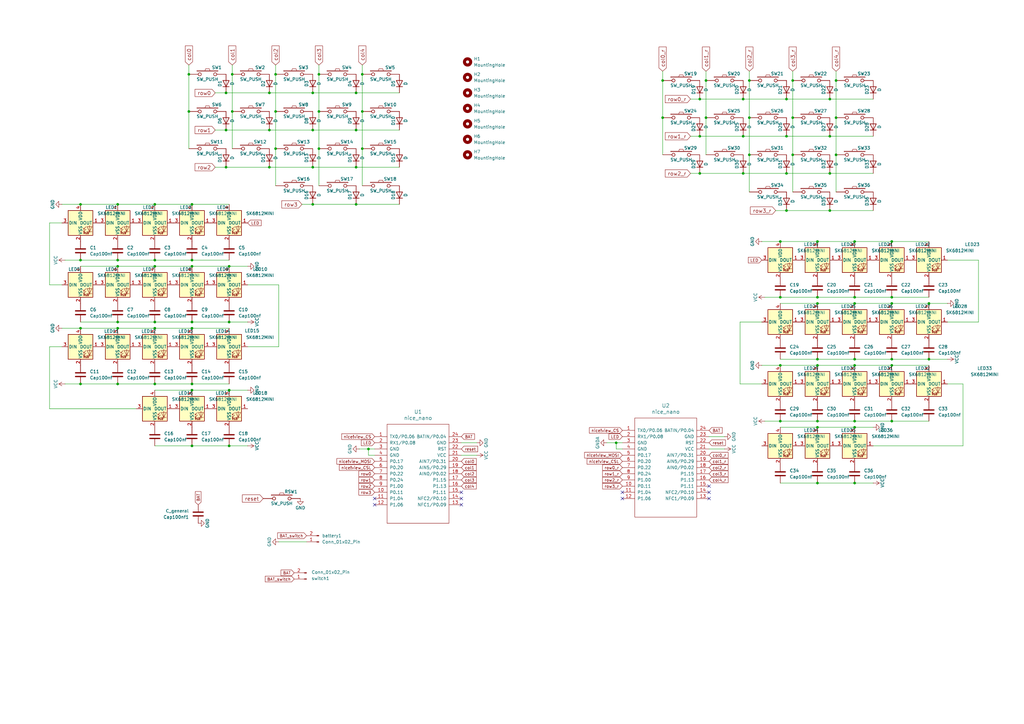
<source format=kicad_sch>
(kicad_sch (version 20250114) (generator "eeschema") (generator_version "9.0")
  (paper "A3")
  (title_block (title "Corne Light") (date "2018-12-26") (rev "2.1") (company "foostan"))
  (junction (at 93.98 132.08))
  (junction (at 48.26 106.68))
  (junction (at 342.9 33.02))
  (junction (at 78.74 134.62))
  (junction (at 113.03 30.48))
  (junction (at 78.74 109.22))
  (junction (at 350.52 99.06))
  (junction (at 113.03 45.72))
  (junction (at 287.02 55.88))
  (junction (at 304.8 55.88))
  (junction (at 146.05 53.34))
  (junction (at 365.76 124.46))
  (junction (at 146.05 38.1))
  (junction (at 33.02 83.82))
  (junction (at 48.26 157.48))
  (junction (at 325.12 48.26))
  (junction (at 63.5 157.48))
  (junction (at 33.02 157.48))
  (junction (at 350.52 198.12))
  (junction (at 77.47 45.72))
  (junction (at 110.49 68.58))
  (junction (at 95.25 45.72))
  (junction (at 289.56 33.02))
  (junction (at 128.27 68.58))
  (junction (at 63.5 132.08))
  (junction (at 63.5 106.68))
  (junction (at 365.76 99.06))
  (junction (at 335.28 121.92))
  (junction (at 48.26 134.62))
  (junction (at 78.74 182.88))
  (junction (at 48.26 83.82))
  (junction (at 320.04 149.86))
  (junction (at 148.59 60.96))
  (junction (at 78.74 157.48))
  (junction (at 335.28 124.46))
  (junction (at 350.52 172.72))
  (junction (at 304.8 71.12))
  (junction (at 146.05 83.82))
  (junction (at 365.76 172.72))
  (junction (at 322.58 40.64))
  (junction (at 335.28 198.12))
  (junction (at 63.5 134.62))
  (junction (at 342.9 48.26))
  (junction (at 130.81 45.72))
  (junction (at 340.36 71.12))
  (junction (at 78.74 83.82))
  (junction (at 110.49 53.34))
  (junction (at 271.78 33.02))
  (junction (at 340.36 55.88))
  (junction (at 350.52 149.86))
  (junction (at 78.74 132.08))
  (junction (at 128.27 38.1))
  (junction (at 33.02 134.62))
  (junction (at 113.03 60.96))
  (junction (at 130.81 60.96))
  (junction (at 93.98 160.02))
  (junction (at 252.73 181.61))
  (junction (at 307.34 63.5))
  (junction (at 322.58 71.12))
  (junction (at 322.58 55.88))
  (junction (at 63.5 83.82))
  (junction (at 320.04 99.06))
  (junction (at 151.13 184.15))
  (junction (at 78.74 106.68))
  (junction (at 335.28 172.72))
  (junction (at 350.52 124.46))
  (junction (at 350.52 147.32))
  (junction (at 350.52 175.26))
  (junction (at 335.28 147.32))
  (junction (at 128.27 83.82))
  (junction (at 381 124.46))
  (junction (at 340.36 86.36))
  (junction (at 92.71 38.1))
  (junction (at 146.05 68.58))
  (junction (at 93.98 182.88))
  (junction (at 335.28 175.26))
  (junction (at 48.26 132.08))
  (junction (at 325.12 63.5))
  (junction (at 325.12 33.02))
  (junction (at 307.34 48.26))
  (junction (at 381 147.32))
  (junction (at 307.34 33.02))
  (junction (at 342.9 63.5))
  (junction (at 128.27 53.34))
  (junction (at 63.5 109.22))
  (junction (at 130.81 30.48))
  (junction (at 304.8 40.64))
  (junction (at 110.49 38.1))
  (junction (at 365.76 147.32))
  (junction (at 93.98 109.22))
  (junction (at 33.02 106.68))
  (junction (at 322.58 86.36))
  (junction (at 335.28 149.86))
  (junction (at 78.74 160.02))
  (junction (at 289.56 48.26))
  (junction (at 287.02 71.12))
  (junction (at 92.71 53.34))
  (junction (at 320.04 121.92))
  (junction (at 320.04 172.72))
  (junction (at 48.26 109.22))
  (junction (at 95.25 30.48))
  (junction (at 350.52 121.92))
  (junction (at 365.76 121.92))
  (junction (at 148.59 45.72))
  (junction (at 77.47 30.48))
  (junction (at 335.28 99.06))
  (junction (at 92.71 68.58))
  (junction (at 287.02 40.64))
  (junction (at 271.78 48.26))
  (junction (at 340.36 40.64))
  (junction (at 365.76 149.86))
  (junction (at 148.59 30.48))
  (no_connect (at 153.67 207.01))
  (no_connect (at 255.27 204.47))
  (no_connect (at 255.27 201.93))
  (no_connect (at 189.23 207.01))
  (no_connect (at 290.83 199.39))
  (no_connect (at 189.23 201.93))
  (no_connect (at 290.83 204.47))
  (no_connect (at 189.23 204.47))
  (no_connect (at 153.67 204.47))
  (no_connect (at 290.83 201.93))
  (wire (pts (xy 48.26 134.62) (xy 63.5 134.62)))
  (wire (pts (xy 63.5 132.08) (xy 78.74 132.08)))
  (wire (pts (xy 365.76 172.72) (xy 381 172.72)))
  (wire (pts (xy 388.62 106.68) (xy 401.32 106.68)))
  (wire (pts (xy 350.52 198.12) (xy 358.14 198.12)))
  (wire (pts (xy 20.32 142.24) (xy 20.32 167.64)))
  (wire (pts (xy 78.74 182.88) (xy 93.98 182.88)))
  (wire (pts (xy 320.04 198.12) (xy 335.28 198.12)))
  (wire (pts (xy 128.27 83.82) (xy 146.05 83.82)))
  (wire (pts (xy 340.36 55.88) (xy 358.14 55.88)))
  (wire (pts (xy 342.9 33.02) (xy 342.9 48.26)))
  (wire (pts (xy 48.26 106.68) (xy 63.5 106.68)))
  (wire (pts (xy 320.04 99.06) (xy 335.28 99.06)))
  (wire (pts (xy 304.8 71.12) (xy 322.58 71.12)))
  (wire (pts (xy 350.52 175.26) (xy 358.14 175.26)))
  (wire (pts (xy 33.02 132.08) (xy 48.26 132.08)))
  (wire (pts (xy 130.81 30.48) (xy 130.81 45.72)))
  (wire (pts (xy 130.81 45.72) (xy 130.81 60.96)))
  (wire (pts (xy 113.03 26.67) (xy 113.03 30.48)))
  (wire (pts (xy 33.02 157.48) (xy 48.26 157.48)))
  (wire (pts (xy 271.78 29.21) (xy 271.78 33.02)))
  (wire (pts (xy 77.47 45.72) (xy 77.47 60.96)))
  (wire (pts (xy 113.03 30.48) (xy 113.03 45.72)))
  (wire (pts (xy 290.83 179.07) (xy 297.18 179.07)))
  (wire (pts (xy 25.4 142.24) (xy 20.32 142.24)))
  (wire (pts (xy 78.74 160.02) (xy 93.98 160.02)))
  (wire (pts (xy 146.05 38.1) (xy 163.83 38.1)))
  (wire (pts (xy 63.5 106.68) (xy 78.74 106.68)))
  (wire (pts (xy 335.28 99.06) (xy 350.52 99.06)))
  (wire (pts (xy 289.56 48.26) (xy 289.56 63.5)))
  (wire (pts (xy 313.69 172.72) (xy 320.04 172.72)))
  (wire (pts (xy 248.92 181.61) (xy 252.73 181.61)))
  (wire (pts (xy 283.21 55.88) (xy 287.02 55.88)))
  (wire (pts (xy 304.8 55.88) (xy 322.58 55.88)))
  (wire (pts (xy 325.12 48.26) (xy 325.12 63.5)))
  (wire (pts (xy 394.97 182.88) (xy 358.14 182.88)))
  (wire (pts (xy 25.4 134.62) (xy 33.02 134.62)))
  (wire (pts (xy 287.02 71.12) (xy 304.8 71.12)))
  (wire (pts (xy 189.23 181.61) (xy 195.58 181.61)))
  (wire (pts (xy 25.4 91.44) (xy 20.32 91.44)))
  (wire (pts (xy 148.59 60.96) (xy 148.59 76.2)))
  (wire (pts (xy 381 147.32) (xy 388.62 147.32)))
  (wire (pts (xy 63.5 157.48) (xy 78.74 157.48)))
  (wire (pts (xy 252.73 181.61) (xy 255.27 181.61)))
  (wire (pts (xy 147.32 184.15) (xy 151.13 184.15)))
  (wire (pts (xy 123.825 83.82) (xy 128.27 83.82)))
  (wire (pts (xy 335.28 121.92) (xy 350.52 121.92)))
  (wire (pts (xy 252.73 181.61) (xy 252.73 184.15)))
  (wire (pts (xy 48.26 132.08) (xy 63.5 132.08)))
  (wire (pts (xy 350.52 172.72) (xy 365.76 172.72)))
  (wire (pts (xy 110.49 68.58) (xy 128.27 68.58)))
  (wire (pts (xy 342.9 63.5) (xy 342.9 78.74)))
  (wire (pts (xy 322.58 55.88) (xy 340.36 55.88)))
  (wire (pts (xy 88.265 38.1) (xy 92.71 38.1)))
  (wire (pts (xy 33.02 106.68) (xy 48.26 106.68)))
  (wire (pts (xy 33.02 109.22) (xy 48.26 109.22)))
  (wire (pts (xy 148.59 30.48) (xy 148.59 45.72)))
  (wire (pts (xy 394.97 157.48) (xy 394.97 182.88)))
  (wire (pts (xy 335.28 149.86) (xy 350.52 149.86)))
  (wire (pts (xy 113.03 60.96) (xy 113.03 76.2)))
  (wire (pts (xy 151.13 184.15) (xy 151.13 186.69)))
  (wire (pts (xy 322.58 86.36) (xy 340.36 86.36)))
  (wire (pts (xy 342.9 48.26) (xy 342.9 63.5)))
  (wire (pts (xy 283.21 40.64) (xy 287.02 40.64)))
  (wire (pts (xy 78.74 106.68) (xy 93.98 106.68)))
  (wire (pts (xy 88.265 53.34) (xy 92.71 53.34)))
  (wire (pts (xy 381 124.46) (xy 388.62 124.46)))
  (wire (pts (xy 20.32 167.64) (xy 55.88 167.64)))
  (wire (pts (xy 283.21 71.12) (xy 287.02 71.12)))
  (wire (pts (xy 148.59 45.72) (xy 148.59 60.96)))
  (wire (pts (xy 130.81 26.67) (xy 130.81 30.48)))
  (wire (pts (xy 114.3 142.24) (xy 101.6 142.24)))
  (wire (pts (xy 63.5 160.02) (xy 78.74 160.02)))
  (wire (pts (xy 325.12 33.02) (xy 325.12 48.26)))
  (wire (pts (xy 350.52 149.86) (xy 365.76 149.86)))
  (wire (pts (xy 128.27 38.1) (xy 146.05 38.1)))
  (wire (pts (xy 287.02 55.88) (xy 304.8 55.88)))
  (wire (pts (xy 130.81 60.96) (xy 130.81 76.2)))
  (wire (pts (xy 26.67 106.68) (xy 33.02 106.68)))
  (wire (pts (xy 312.42 149.86) (xy 320.04 149.86)))
  (wire (pts (xy 335.28 124.46) (xy 350.52 124.46)))
  (wire (pts (xy 335.28 198.12) (xy 350.52 198.12)))
  (wire (pts (xy 401.32 132.08) (xy 388.62 132.08)))
  (wire (pts (xy 335.28 172.72) (xy 350.52 172.72)))
  (wire (pts (xy 63.5 83.82) (xy 78.74 83.82)))
  (wire (pts (xy 63.5 182.88) (xy 78.74 182.88)))
  (wire (pts (xy 252.73 184.15) (xy 255.27 184.15)))
  (wire (pts (xy 320.04 175.26) (xy 335.28 175.26)))
  (wire (pts (xy 365.76 149.86) (xy 381 149.86)))
  (wire (pts (xy 78.74 109.22) (xy 93.98 109.22)))
  (wire (pts (xy 189.23 186.69) (xy 195.58 186.69)))
  (wire (pts (xy 335.28 175.26) (xy 350.52 175.26)))
  (wire (pts (xy 287.02 40.64) (xy 304.8 40.64)))
  (wire (pts (xy 313.69 121.92) (xy 320.04 121.92)))
  (wire (pts (xy 114.3 222.25) (xy 125.73 222.25)))
  (wire (pts (xy 48.26 109.22) (xy 63.5 109.22)))
  (wire (pts (xy 325.12 29.21) (xy 325.12 33.02)))
  (wire (pts (xy 92.71 68.58) (xy 110.49 68.58)))
  (wire (pts (xy 151.13 186.69) (xy 153.67 186.69)))
  (wire (pts (xy 342.9 29.21) (xy 342.9 33.02)))
  (wire (pts (xy 92.71 38.1) (xy 110.49 38.1)))
  (wire (pts (xy 95.25 45.72) (xy 95.25 60.96)))
  (wire (pts (xy 365.76 121.92) (xy 381 121.92)))
  (wire (pts (xy 151.13 184.15) (xy 153.67 184.15)))
  (wire (pts (xy 93.98 132.08) (xy 101.6 132.08)))
  (wire (pts (xy 325.12 63.5) (xy 325.12 78.74)))
  (wire (pts (xy 146.05 68.58) (xy 163.83 68.58)))
  (wire (pts (xy 93.98 182.88) (xy 101.6 182.88)))
  (wire (pts (xy 320.04 172.72) (xy 335.28 172.72)))
  (wire (pts (xy 365.76 99.06) (xy 381 99.06)))
  (wire (pts (xy 88.265 68.58) (xy 92.71 68.58)))
  (wire (pts (xy 78.74 83.82) (xy 93.98 83.82)))
  (wire (pts (xy 320.04 124.46) (xy 335.28 124.46)))
  (wire (pts (xy 78.74 132.08) (xy 93.98 132.08)))
  (wire (pts (xy 350.52 99.06) (xy 365.76 99.06)))
  (wire (pts (xy 26.67 157.48) (xy 33.02 157.48)))
  (wire (pts (xy 95.25 26.67) (xy 95.25 30.48)))
  (wire (pts (xy 63.5 134.62) (xy 78.74 134.62)))
  (wire (pts (xy 77.47 30.48) (xy 77.47 45.72)))
  (wire (pts (xy 48.26 157.48) (xy 63.5 157.48)))
  (wire (pts (xy 25.4 83.82) (xy 33.02 83.82)))
  (wire (pts (xy 401.32 106.68) (xy 401.32 132.08)))
  (wire (pts (xy 33.02 134.62) (xy 48.26 134.62)))
  (wire (pts (xy 101.6 116.84) (xy 114.3 116.84)))
  (wire (pts (xy 320.04 147.32) (xy 335.28 147.32)))
  (wire (pts (xy 33.02 83.82) (xy 48.26 83.82)))
  (wire (pts (xy 93.98 160.02) (xy 101.6 160.02)))
  (wire (pts (xy 340.36 71.12) (xy 358.14 71.12)))
  (wire (pts (xy 350.52 147.32) (xy 365.76 147.32)))
  (wire (pts (xy 146.05 53.34) (xy 163.83 53.34)))
  (wire (pts (xy 340.36 86.36) (xy 358.14 86.36)))
  (wire (pts (xy 365.76 147.32) (xy 381 147.32)))
  (wire (pts (xy 289.56 33.02) (xy 289.56 48.26)))
  (wire (pts (xy 128.27 68.58) (xy 146.05 68.58)))
  (wire (pts (xy 322.58 40.64) (xy 340.36 40.64)))
  (wire (pts (xy 304.8 40.64) (xy 322.58 40.64)))
  (wire (pts (xy 20.32 116.84) (xy 25.4 116.84)))
  (wire (pts (xy 318.135 86.36) (xy 322.58 86.36)))
  (wire (pts (xy 78.74 157.48) (xy 93.98 157.48)))
  (wire (pts (xy 271.78 48.26) (xy 271.78 63.5)))
  (wire (pts (xy 320.04 149.86) (xy 335.28 149.86)))
  (wire (pts (xy 128.27 53.34) (xy 146.05 53.34)))
  (wire (pts (xy 312.42 132.08) (xy 303.53 132.08)))
  (wire (pts (xy 307.34 33.02) (xy 307.34 48.26)))
  (wire (pts (xy 20.32 91.44) (xy 20.32 116.84)))
  (wire (pts (xy 148.59 26.67) (xy 148.59 30.48)))
  (wire (pts (xy 92.71 53.34) (xy 110.49 53.34)))
  (wire (pts (xy 289.56 29.21) (xy 289.56 33.02)))
  (wire (pts (xy 312.42 99.06) (xy 320.04 99.06)))
  (wire (pts (xy 63.5 109.22) (xy 78.74 109.22)))
  (wire (pts (xy 340.36 40.64) (xy 358.14 40.64)))
  (wire (pts (xy 388.62 157.48) (xy 394.97 157.48)))
  (wire (pts (xy 110.49 53.34) (xy 128.27 53.34)))
  (wire (pts (xy 146.05 83.82) (xy 163.83 83.82)))
  (wire (pts (xy 335.28 147.32) (xy 350.52 147.32)))
  (wire (pts (xy 110.49 38.1) (xy 128.27 38.1)))
  (wire (pts (xy 93.98 109.22) (xy 101.6 109.22)))
  (wire (pts (xy 303.53 132.08) (xy 303.53 157.48)))
  (wire (pts (xy 307.34 29.21) (xy 307.34 33.02)))
  (wire (pts (xy 350.52 124.46) (xy 365.76 124.46)))
  (wire (pts (xy 322.58 71.12) (xy 340.36 71.12)))
  (wire (pts (xy 365.76 124.46) (xy 381 124.46)))
  (wire (pts (xy 271.78 33.02) (xy 271.78 48.26)))
  (wire (pts (xy 113.03 45.72) (xy 113.03 60.96)))
  (wire (pts (xy 307.34 48.26) (xy 307.34 63.5)))
  (wire (pts (xy 350.52 121.92) (xy 365.76 121.92)))
  (wire (pts (xy 320.04 121.92) (xy 335.28 121.92)))
  (wire (pts (xy 95.25 30.48) (xy 95.25 45.72)))
  (wire (pts (xy 77.47 26.67) (xy 77.47 30.48)))
  (wire (pts (xy 114.3 116.84) (xy 114.3 142.24)))
  (wire (pts (xy 48.26 83.82) (xy 63.5 83.82)))
  (wire (pts (xy 78.74 134.62) (xy 93.98 134.62)))
  (wire (pts (xy 303.53 157.48) (xy 312.42 157.48)))
  (wire (pts (xy 307.34 63.5) (xy 307.34 78.74)))
  (wire (pts (xy 290.83 184.15) (xy 297.18 184.15)))
  (global_label "row3" (shape input) (at 153.67 201.93 180) (effects (font (size 1.1938 1.1938))) (property "Intersheetrefs" "${INTERSHEET_REFS}" (effects (hide yes))))
  (global_label "row3" (shape input) (at 123.825 83.82 180) (effects (font (size 1.524 1.524))) (property "Intersheetrefs" "${INTERSHEET_REFS}" (effects (hide yes))))
  (global_label "col0_r" (shape input) (at 290.83 186.69 0) (effects (font (size 1.1938 1.1938))) (property "Intersheetrefs" "${INTERSHEET_REFS}" (effects (hide yes))))
  (global_label "col0_r" (shape input) (at 271.78 29.21 90) (effects (font (size 1.524 1.524))) (property "Intersheetrefs" "${INTERSHEET_REFS}" (effects (hide yes))))
  (global_label "row3_r" (shape input) (at 318.135 86.36 180) (effects (font (size 1.524 1.524))) (property "Intersheetrefs" "${INTERSHEET_REFS}" (effects (hide yes))))
  (global_label "BAT_switch" (shape input) (at 125.73 219.71 180) (effects (font (size 1.1938 1.1938))) (property "Intersheetrefs" "${INTERSHEET_REFS}" (effects (hide yes))))
  (global_label "reset" (shape input) (at 290.83 181.61 0) (effects (font (size 1.1938 1.1938))) (property "Intersheetrefs" "${INTERSHEET_REFS}" (effects (hide yes))))
  (global_label "col4" (shape input) (at 189.23 199.39 0) (effects (font (size 1.1938 1.1938))) (property "Intersheetrefs" "${INTERSHEET_REFS}" (effects (hide yes))))
  (global_label "BAT" (shape input) (at 120.65 234.95 180) (effects (font (size 1.1938 1.1938))) (property "Intersheetrefs" "${INTERSHEET_REFS}" (effects (hide yes))))
  (global_label "LED" (shape input) (at 101.6 91.44 0) (effects (font (size 1.1938 1.1938))) (property "Intersheetrefs" "${INTERSHEET_REFS}" (effects (hide yes))))
  (global_label "col0" (shape input) (at 189.23 189.23 0) (effects (font (size 1.1938 1.1938))) (property "Intersheetrefs" "${INTERSHEET_REFS}" (effects (hide yes))))
  (global_label "col1" (shape input) (at 95.25 26.67 90) (effects (font (size 1.524 1.524))) (property "Intersheetrefs" "${INTERSHEET_REFS}" (effects (hide yes))))
  (global_label "row2" (shape input) (at 88.265 68.58 180) (effects (font (size 1.524 1.524))) (property "Intersheetrefs" "${INTERSHEET_REFS}" (effects (hide yes))))
  (global_label "nice!view_MOSI" (shape input) (at 255.27 186.69 180) (effects (font (size 1.1938 1.1938))) (property "Intersheetrefs" "${INTERSHEET_REFS}" (effects (hide yes))))
  (global_label "LED" (shape input) (at 255.27 179.07 180) (effects (font (size 1.1938 1.1938))) (property "Intersheetrefs" "${INTERSHEET_REFS}" (effects (hide yes))))
  (global_label "row1" (shape input) (at 153.67 196.85 180) (effects (font (size 1.1938 1.1938))) (property "Intersheetrefs" "${INTERSHEET_REFS}" (effects (hide yes))))
  (global_label "row2_r" (shape input) (at 283.21 71.12 180) (effects (font (size 1.524 1.524))) (property "Intersheetrefs" "${INTERSHEET_REFS}" (effects (hide yes))))
  (global_label "row0" (shape input) (at 153.67 194.31 180) (effects (font (size 1.1938 1.1938))) (property "Intersheetrefs" "${INTERSHEET_REFS}" (effects (hide yes))))
  (global_label "row1_r" (shape input) (at 283.21 55.88 180) (effects (font (size 1.524 1.524))) (property "Intersheetrefs" "${INTERSHEET_REFS}" (effects (hide yes))))
  (global_label "col3" (shape input) (at 130.81 26.67 90) (effects (font (size 1.524 1.524))) (property "Intersheetrefs" "${INTERSHEET_REFS}" (effects (hide yes))))
  (global_label "row0" (shape input) (at 88.265 38.1 180) (effects (font (size 1.524 1.524))) (property "Intersheetrefs" "${INTERSHEET_REFS}" (effects (hide yes))))
  (global_label "BAT" (shape input) (at 189.23 179.07 0) (effects (font (size 1.1938 1.1938))) (property "Intersheetrefs" "${INTERSHEET_REFS}" (effects (hide yes))))
  (global_label "BAT" (shape input) (at 290.83 176.53 0) (effects (font (size 1.1938 1.1938))) (property "Intersheetrefs" "${INTERSHEET_REFS}" (effects (hide yes))))
  (global_label "row2_r" (shape input) (at 255.27 196.85 180) (effects (font (size 1.1938 1.1938))) (property "Intersheetrefs" "${INTERSHEET_REFS}" (effects (hide yes))))
  (global_label "BAT_switch" (shape input) (at 120.65 237.49 180) (effects (font (size 1.1938 1.1938))) (property "Intersheetrefs" "${INTERSHEET_REFS}" (effects (hide yes))))
  (global_label "col4" (shape input) (at 148.59 26.67 90) (effects (font (size 1.524 1.524))) (property "Intersheetrefs" "${INTERSHEET_REFS}" (effects (hide yes))))
  (global_label "nice!view_CS" (shape input) (at 153.67 179.07 180) (effects (font (size 1.1938 1.1938))) (property "Intersheetrefs" "${INTERSHEET_REFS}" (effects (hide yes))))
  (global_label "col2_r" (shape input) (at 290.83 191.77 0) (effects (font (size 1.1938 1.1938))) (property "Intersheetrefs" "${INTERSHEET_REFS}" (effects (hide yes))))
  (global_label "col2" (shape input) (at 189.23 194.31 0) (effects (font (size 1.1938 1.1938))) (property "Intersheetrefs" "${INTERSHEET_REFS}" (effects (hide yes))))
  (global_label "row3_r" (shape input) (at 255.27 199.39 180) (effects (font (size 1.1938 1.1938))) (property "Intersheetrefs" "${INTERSHEET_REFS}" (effects (hide yes))))
  (global_label "col1" (shape input) (at 189.23 191.77 0) (effects (font (size 1.1938 1.1938))) (property "Intersheetrefs" "${INTERSHEET_REFS}" (effects (hide yes))))
  (global_label "row0_r" (shape input) (at 283.21 40.64 180) (effects (font (size 1.524 1.524))) (property "Intersheetrefs" "${INTERSHEET_REFS}" (effects (hide yes))))
  (global_label "BAT" (shape input) (at 81.28 207.01 90) (effects (font (size 1.1938 1.1938))) (property "Intersheetrefs" "${INTERSHEET_REFS}" (effects (hide yes))))
  (global_label "col4_r" (shape input) (at 290.83 196.85 0) (effects (font (size 1.1938 1.1938))) (property "Intersheetrefs" "${INTERSHEET_REFS}" (effects (hide yes))))
  (global_label "LED" (shape input) (at 312.42 106.68 180) (effects (font (size 1.1938 1.1938))) (property "Intersheetrefs" "${INTERSHEET_REFS}" (effects (hide yes))))
  (global_label "col2" (shape input) (at 113.03 26.67 90) (effects (font (size 1.524 1.524))) (property "Intersheetrefs" "${INTERSHEET_REFS}" (effects (hide yes))))
  (global_label "col4_r" (shape input) (at 342.9 29.21 90) (effects (font (size 1.524 1.524))) (property "Intersheetrefs" "${INTERSHEET_REFS}" (effects (hide yes))))
  (global_label "col0" (shape input) (at 77.47 26.67 90) (effects (font (size 1.524 1.524))) (property "Intersheetrefs" "${INTERSHEET_REFS}" (effects (hide yes))))
  (global_label "reset" (shape input) (at 189.23 184.15 0) (effects (font (size 1.1938 1.1938))) (property "Intersheetrefs" "${INTERSHEET_REFS}" (effects (hide yes))))
  (global_label "col1_r" (shape input) (at 290.83 189.23 0) (effects (font (size 1.1938 1.1938))) (property "Intersheetrefs" "${INTERSHEET_REFS}" (effects (hide yes))))
  (global_label "col3" (shape input) (at 189.23 196.85 0) (effects (font (size 1.1938 1.1938))) (property "Intersheetrefs" "${INTERSHEET_REFS}" (effects (hide yes))))
  (global_label "LED" (shape input) (at 153.67 181.61 180) (effects (font (size 1.1938 1.1938))) (property "Intersheetrefs" "${INTERSHEET_REFS}" (effects (hide yes))))
  (global_label "col1_r" (shape input) (at 289.56 29.21 90) (effects (font (size 1.524 1.524))) (property "Intersheetrefs" "${INTERSHEET_REFS}" (effects (hide yes))))
  (global_label "nice!view_CS" (shape input) (at 255.27 176.53 180) (effects (font (size 1.1938 1.1938))) (property "Intersheetrefs" "${INTERSHEET_REFS}" (effects (hide yes))))
  (global_label "col2_r" (shape input) (at 307.34 29.21 90) (effects (font (size 1.524 1.524))) (property "Intersheetrefs" "${INTERSHEET_REFS}" (effects (hide yes))))
  (global_label "col3_r" (shape input) (at 290.83 194.31 0) (effects (font (size 1.1938 1.1938))) (property "Intersheetrefs" "${INTERSHEET_REFS}" (effects (hide yes))))
  (global_label "row0_r" (shape input) (at 255.27 191.77 180) (effects (font (size 1.1938 1.1938))) (property "Intersheetrefs" "${INTERSHEET_REFS}" (effects (hide yes))))
  (global_label "reset" (shape input) (at 107.95 204.47 180) (effects (font (size 1.524 1.524))) (property "Intersheetrefs" "${INTERSHEET_REFS}" (effects (hide yes))))
  (global_label "nice!view_CSL" (shape input) (at 153.67 191.77 180) (effects (font (size 1.1938 1.1938))) (property "Intersheetrefs" "${INTERSHEET_REFS}" (effects (hide yes))))
  (global_label "nice!view_CSL" (shape input) (at 255.27 189.23 180) (effects (font (size 1.1938 1.1938))) (property "Intersheetrefs" "${INTERSHEET_REFS}" (effects (hide yes))))
  (global_label "row2" (shape input) (at 153.67 199.39 180) (effects (font (size 1.1938 1.1938))) (property "Intersheetrefs" "${INTERSHEET_REFS}" (effects (hide yes))))
  (global_label "row1_r" (shape input) (at 255.27 194.31 180) (effects (font (size 1.1938 1.1938))) (property "Intersheetrefs" "${INTERSHEET_REFS}" (effects (hide yes))))
  (global_label "row1" (shape input) (at 88.265 53.34 180) (effects (font (size 1.524 1.524))) (property "Intersheetrefs" "${INTERSHEET_REFS}" (effects (hide yes))))
  (global_label "nice!view_MOSI" (shape input) (at 153.67 189.23 180) (effects (font (size 1.1938 1.1938))) (property "Intersheetrefs" "${INTERSHEET_REFS}" (effects (hide yes))))
  (global_label "col3_r" (shape input) (at 325.12 29.21 90) (effects (font (size 1.524 1.524))) (property "Intersheetrefs" "${INTERSHEET_REFS}" (effects (hide yes))))
  (symbol (lib_id "corne-light-rescue:SW_PUSH-kbd") (at 85.09 30.48 0) (unit 1)
    (property "Reference" "SW1" (at 88.9 27.686 0))
    (property "Value" "SW_PUSH" (at 85.09 32.512 0))
    (property "Footprint" "keyswitches:Kailh_socket_PG1350_reversible" (effects (hide yes)))
  )
  (symbol (lib_id "Device:D") (at 92.71 34.29 90) (unit 1)
    (property "Reference" "D1" (at 90.17 34.29 0))
    (property "Value" "D" (at 95.25 34.29 0))
    (property "Footprint" "Diode_SMD:D_SOD-323_HandSoldering" (effects (hide yes)))
  )
  (symbol (lib_id "corne-light-rescue:SW_PUSH-kbd") (at 102.87 30.48 0) (unit 1)
    (property "Reference" "SW2" (at 106.68 27.686 0))
    (property "Value" "SW_PUSH" (at 102.87 32.512 0))
    (property "Footprint" "keyswitches:Kailh_socket_PG1350_reversible" (effects (hide yes)))
  )
  (symbol (lib_id "Device:D") (at 110.49 34.29 90) (unit 1)
    (property "Reference" "D2" (at 107.95 34.29 0))
    (property "Value" "D" (at 113.03 34.29 0))
    (property "Footprint" "Diode_SMD:D_SOD-323_HandSoldering" (effects (hide yes)))
  )
  (symbol (lib_id "corne-light-rescue:SW_PUSH-kbd") (at 120.65 30.48 0) (unit 1)
    (property "Reference" "SW3" (at 124.46 27.686 0))
    (property "Value" "SW_PUSH" (at 120.65 32.512 0))
    (property "Footprint" "keyswitches:Kailh_socket_PG1350_reversible" (effects (hide yes)))
  )
  (symbol (lib_id "corne-light-rescue:SW_PUSH-kbd") (at 138.43 30.48 0) (unit 1)
    (property "Reference" "SW4" (at 142.24 27.686 0))
    (property "Value" "SW_PUSH" (at 138.43 32.512 0))
    (property "Footprint" "keyswitches:Kailh_socket_PG1350_reversible" (effects (hide yes)))
  )
  (symbol (lib_id "corne-light-rescue:SW_PUSH-kbd") (at 156.21 30.48 0) (unit 1)
    (property "Reference" "SW5" (at 160.02 27.686 0))
    (property "Value" "SW_PUSH" (at 156.21 32.512 0))
    (property "Footprint" "keyswitches:Kailh_socket_PG1350_reversible" (effects (hide yes)))
  )
  (symbol (lib_id "Device:D") (at 128.27 34.29 90) (unit 1)
    (property "Reference" "D3" (at 125.73 34.29 0))
    (property "Value" "D" (at 130.81 34.29 0))
    (property "Footprint" "Diode_SMD:D_SOD-323_HandSoldering" (effects (hide yes)))
  )
  (symbol (lib_id "Device:D") (at 146.05 34.29 90) (unit 1)
    (property "Reference" "D4" (at 143.51 34.29 0))
    (property "Value" "D" (at 148.59 34.29 0))
    (property "Footprint" "Diode_SMD:D_SOD-323_HandSoldering" (effects (hide yes)))
  )
  (symbol (lib_id "Device:D") (at 163.83 34.29 90) (unit 1)
    (property "Reference" "D5" (at 161.29 34.29 0))
    (property "Value" "D" (at 166.37 34.29 0))
    (property "Footprint" "Diode_SMD:D_SOD-323_HandSoldering" (effects (hide yes)))
  )
  (symbol (lib_id "corne-light-rescue:SW_PUSH-kbd") (at 85.09 45.72 0) (unit 1)
    (property "Reference" "SW6" (at 88.9 42.926 0))
    (property "Value" "SW_PUSH" (at 85.09 47.752 0))
    (property "Footprint" "keyswitches:Kailh_socket_PG1350_reversible" (effects (hide yes)))
  )
  (symbol (lib_id "Device:D") (at 92.71 49.53 90) (unit 1)
    (property "Reference" "D6" (at 90.17 49.53 0))
    (property "Value" "D" (at 95.25 49.53 0))
    (property "Footprint" "Diode_SMD:D_SOD-323_HandSoldering" (effects (hide yes)))
  )
  (symbol (lib_id "corne-light-rescue:SW_PUSH-kbd") (at 102.87 45.72 0) (unit 1)
    (property "Reference" "SW7" (at 106.68 42.926 0))
    (property "Value" "SW_PUSH" (at 102.87 47.752 0))
    (property "Footprint" "keyswitches:Kailh_socket_PG1350_reversible" (effects (hide yes)))
  )
  (symbol (lib_id "Device:D") (at 110.49 49.53 90) (unit 1)
    (property "Reference" "D7" (at 107.95 49.53 0))
    (property "Value" "D" (at 113.03 49.53 0))
    (property "Footprint" "Diode_SMD:D_SOD-323_HandSoldering" (effects (hide yes)))
  )
  (symbol (lib_id "corne-light-rescue:SW_PUSH-kbd") (at 120.65 45.72 0) (unit 1)
    (property "Reference" "SW8" (at 124.46 42.926 0))
    (property "Value" "SW_PUSH" (at 120.65 47.752 0))
    (property "Footprint" "keyswitches:Kailh_socket_PG1350_reversible" (effects (hide yes)))
  )
  (symbol (lib_id "corne-light-rescue:SW_PUSH-kbd") (at 138.43 45.72 0) (unit 1)
    (property "Reference" "SW9" (at 142.24 42.926 0))
    (property "Value" "SW_PUSH" (at 138.43 47.752 0))
    (property "Footprint" "keyswitches:Kailh_socket_PG1350_reversible" (effects (hide yes)))
  )
  (symbol (lib_id "corne-light-rescue:SW_PUSH-kbd") (at 156.21 45.72 0) (unit 1)
    (property "Reference" "SW10" (at 160.02 42.926 0))
    (property "Value" "SW_PUSH" (at 156.21 47.752 0))
    (property "Footprint" "keyswitches:Kailh_socket_PG1350_reversible" (effects (hide yes)))
  )
  (symbol (lib_id "Device:D") (at 128.27 49.53 90) (unit 1)
    (property "Reference" "D8" (at 125.73 49.53 0))
    (property "Value" "D" (at 130.81 49.53 0))
    (property "Footprint" "Diode_SMD:D_SOD-323_HandSoldering" (effects (hide yes)))
  )
  (symbol (lib_id "Device:D") (at 146.05 49.53 90) (unit 1)
    (property "Reference" "D9" (at 143.51 49.53 0))
    (property "Value" "D" (at 148.59 49.53 0))
    (property "Footprint" "Diode_SMD:D_SOD-323_HandSoldering" (effects (hide yes)))
  )
  (symbol (lib_id "Device:D") (at 163.83 49.53 90) (unit 1)
    (property "Reference" "D10" (at 161.29 49.53 0))
    (property "Value" "D" (at 166.37 49.53 0))
    (property "Footprint" "Diode_SMD:D_SOD-323_HandSoldering" (effects (hide yes)))
  )
  (symbol (lib_id "corne-light-rescue:SW_PUSH-kbd") (at 85.09 60.96 0) (unit 1)
    (property "Reference" "SW11" (at 88.9 58.166 0))
    (property "Value" "SW_PUSH" (at 85.09 62.992 0))
    (property "Footprint" "keyswitches:Kailh_socket_PG1350_reversible" (effects (hide yes)))
  )
  (symbol (lib_id "Device:D") (at 92.71 64.77 90) (unit 1)
    (property "Reference" "D11" (at 90.17 64.77 0))
    (property "Value" "D" (at 95.25 64.77 0))
    (property "Footprint" "Diode_SMD:D_SOD-323_HandSoldering" (effects (hide yes)))
  )
  (symbol (lib_id "corne-light-rescue:SW_PUSH-kbd") (at 102.87 60.96 0) (unit 1)
    (property "Reference" "SW12" (at 106.68 58.166 0))
    (property "Value" "SW_PUSH" (at 102.87 62.992 0))
    (property "Footprint" "keyswitches:Kailh_socket_PG1350_reversible" (effects (hide yes)))
  )
  (symbol (lib_id "Device:D") (at 110.49 64.77 90) (unit 1)
    (property "Reference" "D12" (at 107.95 64.77 0))
    (property "Value" "D" (at 113.03 64.77 0))
    (property "Footprint" "Diode_SMD:D_SOD-323_HandSoldering" (effects (hide yes)))
  )
  (symbol (lib_id "corne-light-rescue:SW_PUSH-kbd") (at 120.65 60.96 0) (unit 1)
    (property "Reference" "SW13" (at 124.46 58.166 0))
    (property "Value" "SW_PUSH" (at 120.65 62.992 0))
    (property "Footprint" "keyswitches:Kailh_socket_PG1350_reversible" (effects (hide yes)))
  )
  (symbol (lib_id "corne-light-rescue:SW_PUSH-kbd") (at 138.43 60.96 0) (unit 1)
    (property "Reference" "SW14" (at 142.24 58.166 0))
    (property "Value" "SW_PUSH" (at 138.43 62.992 0))
    (property "Footprint" "keyswitches:Kailh_socket_PG1350_reversible" (effects (hide yes)))
  )
  (symbol (lib_id "corne-light-rescue:SW_PUSH-kbd") (at 156.21 60.96 0) (unit 1)
    (property "Reference" "SW15" (at 160.02 58.166 0))
    (property "Value" "SW_PUSH" (at 156.21 62.992 0))
    (property "Footprint" "keyswitches:Kailh_socket_PG1350_reversible" (effects (hide yes)))
  )
  (symbol (lib_id "Device:D") (at 128.27 64.77 90) (unit 1)
    (property "Reference" "D13" (at 125.73 64.77 0))
    (property "Value" "D" (at 130.81 64.77 0))
    (property "Footprint" "Diode_SMD:D_SOD-323_HandSoldering" (effects (hide yes)))
  )
  (symbol (lib_id "Device:D") (at 146.05 64.77 90) (unit 1)
    (property "Reference" "D14" (at 143.51 64.77 0))
    (property "Value" "D" (at 148.59 64.77 0))
    (property "Footprint" "Diode_SMD:D_SOD-323_HandSoldering" (effects (hide yes)))
  )
  (symbol (lib_id "Device:D") (at 163.83 64.77 90) (unit 1)
    (property "Reference" "D15" (at 161.29 64.77 0))
    (property "Value" "D" (at 166.37 64.77 0))
    (property "Footprint" "Diode_SMD:D_SOD-323_HandSoldering" (effects (hide yes)))
  )
  (symbol (lib_id "corne-light-rescue:SW_PUSH-kbd") (at 138.43 76.2 0) (unit 1)
    (property "Reference" "SW17" (at 142.24 73.406 0))
    (property "Value" "SW_PUSH" (at 138.43 78.232 0))
    (property "Footprint" "keyswitches:Kailh_socket_PG1350_reversible" (effects (hide yes)))
  )
  (symbol (lib_id "Device:D") (at 146.05 80.01 90) (unit 1)
    (property "Reference" "D17" (at 143.51 80.01 0))
    (property "Value" "D" (at 148.59 80.01 0))
    (property "Footprint" "Diode_SMD:D_SOD-323_HandSoldering" (effects (hide yes)))
  )
  (symbol (lib_id "corne-light-rescue:SW_PUSH-kbd") (at 156.21 76.2 0) (unit 1)
    (property "Reference" "SW18" (at 160.02 73.406 0))
    (property "Value" "SW_PUSH" (at 156.21 78.232 0))
    (property "Footprint" "keyswitches:Kailh_socket_PG1350_reversible" (effects (hide yes)))
  )
  (symbol (lib_id "Device:D") (at 163.83 80.01 90) (unit 1)
    (property "Reference" "D18" (at 161.29 80.01 0))
    (property "Value" "D" (at 166.37 80.01 0))
    (property "Footprint" "Diode_SMD:D_SOD-323_HandSoldering" (effects (hide yes)))
  )
  (symbol (lib_id "corne-light-rescue:SW_PUSH-kbd") (at 120.65 76.2 0) (unit 1)
    (property "Reference" "SW16" (at 124.46 73.406 0))
    (property "Value" "SW_PUSH" (at 120.65 78.232 0))
    (property "Footprint" "keyswitches:Kailh_socket_PG1350_reversible" (effects (hide yes)))
  )
  (symbol (lib_id "Device:D") (at 128.27 80.01 90) (unit 1)
    (property "Reference" "D16" (at 125.73 80.01 0))
    (property "Value" "D" (at 130.81 80.01 0))
    (property "Footprint" "Diode_SMD:D_SOD-323_HandSoldering" (effects (hide yes)))
  )
  (symbol (lib_id "corne-light-rescue:SW_PUSH-kbd") (at 115.57 204.47 0) (unit 1)
    (property "Reference" "RSW1" (at 119.38 201.676 0))
    (property "Value" "SW_PUSH" (at 115.57 206.502 0))
    (property "Footprint" "Button_Switch_SMD:SW_SPST_TS-1088-xR020" (effects (hide yes)))
  )
  (symbol (lib_id "power:GND") (at 123.19 204.47 0) (unit 1)
    (property "Reference" "#PWR07" (effects (hide yes)))
    (property "Value" "GND" (at 123.19 208.28 0))
  )
  (symbol (lib_id "corne-light-rescue:SW_PUSH-kbd") (at 279.4 33.02 0) (unit 1)
    (property "Reference" "SW19" (at 283.21 30.226 0))
    (property "Value" "SW_PUSH" (at 279.4 35.052 0))
    (property "Footprint" "keyswitches:Kailh_socket_PG1350_reversible" (effects (hide yes)))
  )
  (symbol (lib_id "Device:D") (at 287.02 36.83 90) (unit 1)
    (property "Reference" "D19" (at 284.48 36.83 0))
    (property "Value" "D" (at 289.56 36.83 0))
    (property "Footprint" "Diode_SMD:D_SOD-323_HandSoldering" (effects (hide yes)))
  )
  (symbol (lib_id "corne-light-rescue:SW_PUSH-kbd") (at 297.18 33.02 0) (unit 1)
    (property "Reference" "SW20" (at 300.99 30.226 0))
    (property "Value" "SW_PUSH" (at 297.18 35.052 0))
    (property "Footprint" "keyswitches:Kailh_socket_PG1350_reversible" (effects (hide yes)))
  )
  (symbol (lib_id "Device:D") (at 304.8 36.83 90) (unit 1)
    (property "Reference" "D20" (at 302.26 36.83 0))
    (property "Value" "D" (at 307.34 36.83 0))
    (property "Footprint" "Diode_SMD:D_SOD-323_HandSoldering" (effects (hide yes)))
  )
  (symbol (lib_id "corne-light-rescue:SW_PUSH-kbd") (at 314.96 33.02 0) (unit 1)
    (property "Reference" "SW21" (at 318.77 30.226 0))
    (property "Value" "SW_PUSH" (at 314.96 35.052 0))
    (property "Footprint" "keyswitches:Kailh_socket_PG1350_reversible" (effects (hide yes)))
  )
  (symbol (lib_id "corne-light-rescue:SW_PUSH-kbd") (at 332.74 33.02 0) (unit 1)
    (property "Reference" "SW22" (at 336.55 30.226 0))
    (property "Value" "SW_PUSH" (at 332.74 35.052 0))
    (property "Footprint" "keyswitches:Kailh_socket_PG1350_reversible" (effects (hide yes)))
  )
  (symbol (lib_id "corne-light-rescue:SW_PUSH-kbd") (at 350.52 33.02 0) (unit 1)
    (property "Reference" "SW23" (at 354.33 30.226 0))
    (property "Value" "SW_PUSH" (at 350.52 35.052 0))
    (property "Footprint" "keyswitches:Kailh_socket_PG1350_reversible" (effects (hide yes)))
  )
  (symbol (lib_id "Device:D") (at 322.58 36.83 90) (unit 1)
    (property "Reference" "D21" (at 320.04 36.83 0))
    (property "Value" "D" (at 325.12 36.83 0))
    (property "Footprint" "Diode_SMD:D_SOD-323_HandSoldering" (effects (hide yes)))
  )
  (symbol (lib_id "Device:D") (at 340.36 36.83 90) (unit 1)
    (property "Reference" "D22" (at 337.82 36.83 0))
    (property "Value" "D" (at 342.9 36.83 0))
    (property "Footprint" "Diode_SMD:D_SOD-323_HandSoldering" (effects (hide yes)))
  )
  (symbol (lib_id "Device:D") (at 358.14 36.83 90) (unit 1)
    (property "Reference" "D23" (at 355.6 36.83 0))
    (property "Value" "D" (at 360.68 36.83 0))
    (property "Footprint" "Diode_SMD:D_SOD-323_HandSoldering" (effects (hide yes)))
  )
  (symbol (lib_id "corne-light-rescue:SW_PUSH-kbd") (at 279.4 48.26 0) (unit 1)
    (property "Reference" "SW24" (at 283.21 45.466 0))
    (property "Value" "SW_PUSH" (at 279.4 50.292 0))
    (property "Footprint" "keyswitches:Kailh_socket_PG1350_reversible" (effects (hide yes)))
  )
  (symbol (lib_id "Device:D") (at 287.02 52.07 90) (unit 1)
    (property "Reference" "D24" (at 284.48 52.07 0))
    (property "Value" "D" (at 289.56 52.07 0))
    (property "Footprint" "Diode_SMD:D_SOD-323_HandSoldering" (effects (hide yes)))
  )
  (symbol (lib_id "corne-light-rescue:SW_PUSH-kbd") (at 297.18 48.26 0) (unit 1)
    (property "Reference" "SW25" (at 300.99 45.466 0))
    (property "Value" "SW_PUSH" (at 297.18 50.292 0))
    (property "Footprint" "keyswitches:Kailh_socket_PG1350_reversible" (effects (hide yes)))
  )
  (symbol (lib_id "Device:D") (at 304.8 52.07 90) (unit 1)
    (property "Reference" "D25" (at 302.26 52.07 0))
    (property "Value" "D" (at 307.34 52.07 0))
    (property "Footprint" "Diode_SMD:D_SOD-323_HandSoldering" (effects (hide yes)))
  )
  (symbol (lib_id "corne-light-rescue:SW_PUSH-kbd") (at 314.96 48.26 0) (unit 1)
    (property "Reference" "SW26" (at 318.77 45.466 0))
    (property "Value" "SW_PUSH" (at 314.96 50.292 0))
    (property "Footprint" "keyswitches:Kailh_socket_PG1350_reversible" (effects (hide yes)))
  )
  (symbol (lib_id "corne-light-rescue:SW_PUSH-kbd") (at 332.74 48.26 0) (unit 1)
    (property "Reference" "SW27" (at 336.55 45.466 0))
    (property "Value" "SW_PUSH" (at 332.74 50.292 0))
    (property "Footprint" "keyswitches:Kailh_socket_PG1350_reversible" (effects (hide yes)))
  )
  (symbol (lib_id "corne-light-rescue:SW_PUSH-kbd") (at 350.52 48.26 0) (unit 1)
    (property "Reference" "SW28" (at 354.33 45.466 0))
    (property "Value" "SW_PUSH" (at 350.52 50.292 0))
    (property "Footprint" "keyswitches:Kailh_socket_PG1350_reversible" (effects (hide yes)))
  )
  (symbol (lib_id "Device:D") (at 322.58 52.07 90) (unit 1)
    (property "Reference" "D26" (at 320.04 52.07 0))
    (property "Value" "D" (at 325.12 52.07 0))
    (property "Footprint" "Diode_SMD:D_SOD-323_HandSoldering" (effects (hide yes)))
  )
  (symbol (lib_id "Device:D") (at 340.36 52.07 90) (unit 1)
    (property "Reference" "D27" (at 337.82 52.07 0))
    (property "Value" "D" (at 342.9 52.07 0))
    (property "Footprint" "Diode_SMD:D_SOD-323_HandSoldering" (effects (hide yes)))
  )
  (symbol (lib_id "Device:D") (at 358.14 52.07 90) (unit 1)
    (property "Reference" "D28" (at 355.6 52.07 0))
    (property "Value" "D" (at 360.68 52.07 0))
    (property "Footprint" "Diode_SMD:D_SOD-323_HandSoldering" (effects (hide yes)))
  )
  (symbol (lib_id "corne-light-rescue:SW_PUSH-kbd") (at 279.4 63.5 0) (unit 1)
    (property "Reference" "SW29" (at 283.21 60.706 0))
    (property "Value" "SW_PUSH" (at 279.4 65.532 0))
    (property "Footprint" "keyswitches:Kailh_socket_PG1350_reversible" (effects (hide yes)))
  )
  (symbol (lib_id "Device:D") (at 287.02 67.31 90) (unit 1)
    (property "Reference" "D29" (at 284.48 67.31 0))
    (property "Value" "D" (at 289.56 67.31 0))
    (property "Footprint" "Diode_SMD:D_SOD-323_HandSoldering" (effects (hide yes)))
  )
  (symbol (lib_id "corne-light-rescue:SW_PUSH-kbd") (at 297.18 63.5 0) (unit 1)
    (property "Reference" "SW30" (at 300.99 60.706 0))
    (property "Value" "SW_PUSH" (at 297.18 65.532 0))
    (property "Footprint" "keyswitches:Kailh_socket_PG1350_reversible" (effects (hide yes)))
  )
  (symbol (lib_id "Device:D") (at 304.8 67.31 90) (unit 1)
    (property "Reference" "D30" (at 302.26 67.31 0))
    (property "Value" "D" (at 307.34 67.31 0))
    (property "Footprint" "Diode_SMD:D_SOD-323_HandSoldering" (effects (hide yes)))
  )
  (symbol (lib_id "corne-light-rescue:SW_PUSH-kbd") (at 314.96 63.5 0) (unit 1)
    (property "Reference" "SW31" (at 318.77 60.706 0))
    (property "Value" "SW_PUSH" (at 314.96 65.532 0))
    (property "Footprint" "keyswitches:Kailh_socket_PG1350_reversible" (effects (hide yes)))
  )
  (symbol (lib_id "corne-light-rescue:SW_PUSH-kbd") (at 332.74 63.5 0) (unit 1)
    (property "Reference" "SW32" (at 336.55 60.706 0))
    (property "Value" "SW_PUSH" (at 332.74 65.532 0))
    (property "Footprint" "keyswitches:Kailh_socket_PG1350_reversible" (effects (hide yes)))
  )
  (symbol (lib_id "corne-light-rescue:SW_PUSH-kbd") (at 350.52 63.5 0) (unit 1)
    (property "Reference" "SW33" (at 354.33 60.706 0))
    (property "Value" "SW_PUSH" (at 350.52 65.532 0))
    (property "Footprint" "keyswitches:Kailh_socket_PG1350_reversible" (effects (hide yes)))
  )
  (symbol (lib_id "Device:D") (at 322.58 67.31 90) (unit 1)
    (property "Reference" "D31" (at 320.04 67.31 0))
    (property "Value" "D" (at 325.12 67.31 0))
    (property "Footprint" "Diode_SMD:D_SOD-323_HandSoldering" (effects (hide yes)))
  )
  (symbol (lib_id "Device:D") (at 340.36 67.31 90) (unit 1)
    (property "Reference" "D32" (at 337.82 67.31 0))
    (property "Value" "D" (at 342.9 67.31 0))
    (property "Footprint" "Diode_SMD:D_SOD-323_HandSoldering" (effects (hide yes)))
  )
  (symbol (lib_id "Device:D") (at 358.14 67.31 90) (unit 1)
    (property "Reference" "D33" (at 355.6 67.31 0))
    (property "Value" "D" (at 360.68 67.31 0))
    (property "Footprint" "Diode_SMD:D_SOD-323_HandSoldering" (effects (hide yes)))
  )
  (symbol (lib_id "corne-light-rescue:SW_PUSH-kbd") (at 332.74 78.74 0) (unit 1)
    (property "Reference" "SW35" (at 336.55 75.946 0))
    (property "Value" "SW_PUSH" (at 332.74 80.772 0))
    (property "Footprint" "keyswitches:Kailh_socket_PG1350_reversible" (effects (hide yes)))
  )
  (symbol (lib_id "Device:D") (at 340.36 82.55 90) (unit 1)
    (property "Reference" "D35" (at 337.82 82.55 0))
    (property "Value" "D" (at 342.9 82.55 0))
    (property "Footprint" "Diode_SMD:D_SOD-323_HandSoldering" (effects (hide yes)))
  )
  (symbol (lib_id "corne-light-rescue:SW_PUSH-kbd") (at 350.52 78.74 0) (unit 1)
    (property "Reference" "SW36" (at 354.33 75.946 0))
    (property "Value" "SW_PUSH" (at 350.52 80.772 0))
    (property "Footprint" "keyswitches:Kailh_socket_PG1350_reversible" (effects (hide yes)))
  )
  (symbol (lib_id "Device:D") (at 358.14 82.55 90) (unit 1)
    (property "Reference" "D36" (at 355.6 82.55 0))
    (property "Value" "D" (at 360.68 82.55 0))
    (property "Footprint" "Diode_SMD:D_SOD-323_HandSoldering" (effects (hide yes)))
  )
  (symbol (lib_id "corne-light-rescue:SW_PUSH-kbd") (at 314.96 78.74 0) (unit 1)
    (property "Reference" "SW34" (at 318.77 75.946 0))
    (property "Value" "SW_PUSH" (at 314.96 80.772 0))
    (property "Footprint" "keyswitches:Kailh_socket_PG1350_reversible" (effects (hide yes)))
  )
  (symbol (lib_id "Device:D") (at 322.58 82.55 90) (unit 1)
    (property "Reference" "D34" (at 320.04 82.55 0))
    (property "Value" "D" (at 325.12 82.55 0))
    (property "Footprint" "Diode_SMD:D_SOD-323_HandSoldering" (effects (hide yes)))
  )
  (symbol (lib_id "power:GND") (at 81.28 214.63 90) (unit 1)
    (property "Reference" "#PWR02" (effects (hide yes)))
    (property "Value" "GND" (at 85.09 214.63 0))
  )
  (symbol (lib_id "power:VCC") (at 101.6 182.88 270) (mirror x) (unit 1)
    (property "Reference" "#PWR023" (effects (hide yes)))
    (property "Value" "VCC" (at 105.41 182.88 0))
  )
  (symbol (lib_id "LED:SK6812MINI") (at 78.74 116.84 0) (unit 1)
    (property "Reference" "LED9" (at 91.44 110.4198 0))
    (property "Value" "SK6812MINI" (at 91.44 112.9598 0))
    (property "Footprint" "kbd:YS-SK6812MINI-E" (effects (hide yes)))
    (property "Datasheet" "https://cdn-shop.adafruit.com/product-files/2686/SK6812MINI_REV.01-1-2.pdf" (effects (hide yes)))
    (property "Description" "RGB LED with integrated controller" (effects (hide yes)))
  )
  (symbol (lib_id "power:VCC") (at 101.6 132.08 270) (mirror x) (unit 1)
    (property "Reference" "#PWR021" (effects (hide yes)))
    (property "Value" "VCC" (at 105.41 132.08 0))
  )
  (symbol (lib_id "LED:SK6812MINI") (at 381 157.48 0) (unit 1)
    (property "Reference" "LED33" (at 403.86 151.0598 0))
    (property "Value" "SK6812MINI" (at 403.86 153.5998 0))
    (property "Footprint" "kbd:YS-SK6812MINI-E" (effects (hide yes)))
    (property "Datasheet" "https://cdn-shop.adafruit.com/product-files/2686/SK6812MINI_REV.01-1-2.pdf" (effects (hide yes)))
    (property "Description" "RGB LED with integrated controller" (effects (hide yes)))
  )
  (symbol (lib_id "Device:C") (at 33.02 153.67 0) (unit 1)
    (property "Reference" "C11" (at 36.83 152.3999 0) (effects (justify left)))
    (property "Value" "Cap100nf" (at 36.83 154.9399 0) (effects (justify left)))
    (property "Footprint" "Capacitor_SMD:C_0805_2012Metric_Pad1.18x1.45mm_HandSolder" (effects (hide yes)))
    (property "Description" "Unpolarized capacitor" (effects (hide yes)))
  )
  (symbol (lib_id "LED:SK6812MINI") (at 63.5 167.64 0) (unit 1)
    (property "Reference" "LED16" (at 76.2 161.2198 0))
    (property "Value" "SK6812MINI" (at 76.2 163.7598 0))
    (property "Footprint" "kbd:YS-SK6812MINI-E" (effects (hide yes)))
    (property "Datasheet" "https://cdn-shop.adafruit.com/product-files/2686/SK6812MINI_REV.01-1-2.pdf" (effects (hide yes)))
    (property "Description" "RGB LED with integrated controller" (effects (hide yes)))
  )
  (symbol (lib_id "LED:SK6812MINI") (at 63.5 91.44 0) (unit 1)
    (property "Reference" "LED3" (at 76.2 85.0198 0))
    (property "Value" "SK6812MINI" (at 76.2 87.5598 0))
    (property "Footprint" "kbd:YS-SK6812MINI-E" (effects (hide yes)))
    (property "Datasheet" "https://cdn-shop.adafruit.com/product-files/2686/SK6812MINI_REV.01-1-2.pdf" (effects (hide yes)))
    (property "Description" "RGB LED with integrated controller" (effects (hide yes)))
  )
  (symbol (lib_id "Device:C") (at 365.76 118.11 0) (unit 1)
    (property "Reference" "C22" (at 369.57 116.8399 0) (effects (justify left)))
    (property "Value" "Cap100nf" (at 369.57 119.3799 0) (effects (justify left)))
    (property "Footprint" "Capacitor_SMD:C_0805_2012Metric_Pad1.18x1.45mm_HandSolder" (effects (hide yes)))
    (property "Description" "Unpolarized capacitor" (effects (hide yes)))
  )
  (symbol (lib_id "Device:C") (at 335.28 143.51 0) (unit 1)
    (property "Reference" "C25" (at 339.09 142.2399 0) (effects (justify left)))
    (property "Value" "Cap100nf" (at 339.09 144.7799 0) (effects (justify left)))
    (property "Footprint" "Capacitor_SMD:C_0805_2012Metric_Pad1.18x1.45mm_HandSolder" (effects (hide yes)))
    (property "Description" "Unpolarized capacitor" (effects (hide yes)))
  )
  (symbol (lib_id "Device:C") (at 335.28 194.31 0) (unit 1)
    (property "Reference" "C35" (at 339.09 193.0399 0) (effects (justify left)))
    (property "Value" "Cap100nf" (at 339.09 195.5799 0) (effects (justify left)))
    (property "Footprint" "Capacitor_SMD:C_0805_2012Metric_Pad1.18x1.45mm_HandSolder" (effects (hide yes)))
    (property "Description" "Unpolarized capacitor" (effects (hide yes)))
  )
  (symbol (lib_id "Device:C") (at 381 168.91 0) (unit 1)
    (property "Reference" "C33" (at 384.81 167.6399 0) (effects (justify left)))
    (property "Value" "Cap100nf" (at 384.81 170.1799 0) (effects (justify left)))
    (property "Footprint" "Capacitor_SMD:C_0805_2012Metric_Pad1.18x1.45mm_HandSolder" (effects (hide yes)))
    (property "Description" "Unpolarized capacitor" (effects (hide yes)))
  )
  (symbol (lib_id "LED:SK6812MINI") (at 381 132.08 0) (unit 1)
    (property "Reference" "LED28" (at 393.7 125.6598 0))
    (property "Value" "SK6812MINI" (at 393.7 128.1998 0))
    (property "Footprint" "kbd:YS-SK6812MINI-E" (effects (hide yes)))
    (property "Datasheet" "https://cdn-shop.adafruit.com/product-files/2686/SK6812MINI_REV.01-1-2.pdf" (effects (hide yes)))
    (property "Description" "RGB LED with integrated controller" (effects (hide yes)))
  )
  (symbol (lib_id "LED:SK6812MINI") (at 381 106.68 0) (unit 1)
    (property "Reference" "LED23" (at 398.78 100.2598 0))
    (property "Value" "SK6812MINI" (at 393.7 102.7998 0))
    (property "Footprint" "kbd:YS-SK6812MINI-E" (effects (hide yes)))
    (property "Datasheet" "https://cdn-shop.adafruit.com/product-files/2686/SK6812MINI_REV.01-1-2.pdf" (effects (hide yes)))
    (property "Description" "RGB LED with integrated controller" (effects (hide yes)))
  )
  (symbol (lib_id "power:VCC") (at 26.67 157.48 90) (mirror x) (unit 1)
    (property "Reference" "#PWR05" (effects (hide yes)))
    (property "Value" "VCC" (at 22.86 157.48 0))
  )
  (symbol (lib_id "power:GND") (at 312.42 149.86 270) (mirror x) (unit 1)
    (property "Reference" "#PWR015" (effects (hide yes)))
    (property "Value" "GND" (at 308.61 149.86 0))
  )
  (symbol (lib_id "power:VCC") (at 195.58 186.69 270) (unit 1)
    (property "Reference" "#PWR09" (effects (hide yes)))
    (property "Value" "VCC" (at 199.39 186.69 0))
  )
  (symbol (lib_id "Mechanical:MountingHole") (at 191.77 63.5 0) (unit 1) (in_bom no)
    (property "Reference" "H7" (at 194.31 62.2299 0) (effects (justify left)))
    (property "Value" "MountingHole" (at 194.31 64.7699 0) (effects (justify left)))
    (property "Footprint" "MountingHole:MountingHole_2.2mm_M2_DIN965_Pad" (effects (hide yes)))
    (property "Description" "Mounting Hole without connection" (effects (hide yes)))
  )
  (symbol (lib_id "Device:C") (at 93.98 102.87 0) (unit 1)
    (property "Reference" "C5" (at 97.79 101.5999 0) (effects (justify left)))
    (property "Value" "Cap100nf" (at 97.79 104.1399 0) (effects (justify left)))
    (property "Footprint" "Capacitor_SMD:C_0805_2012Metric_Pad1.18x1.45mm_HandSolder" (effects (hide yes)))
    (property "Description" "Unpolarized capacitor" (effects (hide yes)))
  )
  (symbol (lib_id "LED:SK6812MINI") (at 93.98 142.24 0) (unit 1)
    (property "Reference" "LED15" (at 103.378 135.636 0))
    (property "Value" "SK6812MINI" (at 106.68 138.3598 0))
    (property "Footprint" "kbd:YS-SK6812MINI-E" (effects (hide yes)))
    (property "Datasheet" "https://cdn-shop.adafruit.com/product-files/2686/SK6812MINI_REV.01-1-2.pdf" (effects (hide yes)))
    (property "Description" "RGB LED with integrated controller" (effects (hide yes)))
  )
  (symbol (lib_id "LED:SK6812MINI") (at 63.5 142.24 0) (unit 1)
    (property "Reference" "LED13" (at 76.2 135.8198 0))
    (property "Value" "SK6812MINI" (at 76.2 138.3598 0))
    (property "Footprint" "kbd:YS-SK6812MINI-E" (effects (hide yes)))
    (property "Datasheet" "https://cdn-shop.adafruit.com/product-files/2686/SK6812MINI_REV.01-1-2.pdf" (effects (hide yes)))
    (property "Description" "RGB LED with integrated controller" (effects (hide yes)))
  )
  (symbol (lib_name "nice_nano_1") (lib_id "nice_nano:nice_nano") (at 171.45 193.04 0) (unit 1)
    (property "Reference" "U1" (at 171.45 168.91 0) (effects (font (size 1.524 1.524))))
    (property "Value" "nice_nano" (at 171.45 171.45 0) (effects (font (size 1.524 1.524))))
    (property "Footprint" "Library:nice_nano" (effects (hide yes)))
  )
  (symbol (lib_id "power:VCC") (at 313.69 121.92 90) (mirror x) (unit 1)
    (property "Reference" "#PWR016" (effects (hide yes)))
    (property "Value" "VCC" (at 309.88 121.92 0))
  )
  (symbol (lib_id "power:GND") (at 25.4 83.82 270) (mirror x) (unit 1)
    (property "Reference" "#PWR03" (effects (hide yes)))
    (property "Value" "GND" (at 21.59 83.82 0))
  )
  (symbol (lib_id "Device:C") (at 63.5 153.67 0) (unit 1)
    (property "Reference" "C13" (at 67.31 152.3999 0) (effects (justify left)))
    (property "Value" "Cap100nf" (at 67.31 154.9399 0) (effects (justify left)))
    (property "Footprint" "Capacitor_SMD:C_0805_2012Metric_Pad1.18x1.45mm_HandSolder" (effects (hide yes)))
    (property "Description" "Unpolarized capacitor" (effects (hide yes)))
  )
  (symbol (lib_id "power:GND") (at 195.58 181.61 90) (unit 1)
    (property "Reference" "#PWR010" (effects (hide yes)))
    (property "Value" "GND" (at 199.39 181.61 0))
  )
  (symbol (lib_id "power:GND") (at 388.62 124.46 90) (mirror x) (unit 1)
    (property "Reference" "#PWR018" (effects (hide yes)))
    (property "Value" "GND" (at 392.43 124.46 0))
  )
  (symbol (lib_id "LED:SK6812MINI") (at 350.52 132.08 0) (unit 1)
    (property "Reference" "LED26" (at 363.22 125.6598 0))
    (property "Value" "SK6812MINI" (at 363.22 128.1998 0))
    (property "Footprint" "kbd:YS-SK6812MINI-E" (effects (hide yes)))
    (property "Datasheet" "https://cdn-shop.adafruit.com/product-files/2686/SK6812MINI_REV.01-1-2.pdf" (effects (hide yes)))
    (property "Description" "RGB LED with integrated controller" (effects (hide yes)))
  )
  (symbol (lib_id "Device:C") (at 63.5 102.87 0) (unit 1)
    (property "Reference" "C3" (at 67.31 101.5999 0) (effects (justify left)))
    (property "Value" "Cap100nf" (at 67.31 104.1399 0) (effects (justify left)))
    (property "Footprint" "Capacitor_SMD:C_0805_2012Metric_Pad1.18x1.45mm_HandSolder" (effects (hide yes)))
    (property "Description" "Unpolarized capacitor" (effects (hide yes)))
  )
  (symbol (lib_id "Device:C") (at 350.52 168.91 0) (unit 1)
    (property "Reference" "C31" (at 354.33 167.6399 0) (effects (justify left)))
    (property "Value" "Cap100nf" (at 354.33 170.1799 0) (effects (justify left)))
    (property "Footprint" "Capacitor_SMD:C_0805_2012Metric_Pad1.18x1.45mm_HandSolder" (effects (hide yes)))
    (property "Description" "Unpolarized capacitor" (effects (hide yes)))
  )
  (symbol (lib_id "power:VCC") (at 388.62 147.32 270) (mirror x) (unit 1)
    (property "Reference" "#PWR019" (effects (hide yes)))
    (property "Value" "VCC" (at 392.43 147.32 0))
  )
  (symbol (lib_id "LED:SK6812MINI") (at 350.52 106.68 0) (unit 1)
    (property "Reference" "LED21" (at 363.22 100.2598 0))
    (property "Value" "SK6812MINI" (at 363.22 102.7998 0))
    (property "Footprint" "kbd:YS-SK6812MINI-E" (effects (hide yes)))
    (property "Datasheet" "https://cdn-shop.adafruit.com/product-files/2686/SK6812MINI_REV.01-1-2.pdf" (effects (hide yes)))
    (property "Description" "RGB LED with integrated controller" (effects (hide yes)))
  )
  (symbol (lib_id "LED:SK6812MINI") (at 335.28 157.48 0) (unit 1)
    (property "Reference" "LED30" (at 347.98 151.0598 0))
    (property "Value" "SK6812MINI" (at 347.98 153.5998 0))
    (property "Footprint" "kbd:YS-SK6812MINI-E" (effects (hide yes)))
    (property "Datasheet" "https://cdn-shop.adafruit.com/product-files/2686/SK6812MINI_REV.01-1-2.pdf" (effects (hide yes)))
    (property "Description" "RGB LED with integrated controller" (effects (hide yes)))
  )
  (symbol (lib_id "Mechanical:MountingHole") (at 191.77 44.45 0) (unit 1) (in_bom no)
    (property "Reference" "H4" (at 194.31 43.1799 0) (effects (justify left)))
    (property "Value" "MountingHole" (at 194.31 45.7199 0) (effects (justify left)))
    (property "Footprint" "MountingHole:MountingHole_2.2mm_M2_DIN965_Pad" (effects (hide yes)))
    (property "Description" "Mounting Hole without connection" (effects (hide yes)))
  )
  (symbol (lib_id "LED:SK6812MINI") (at 365.76 157.48 0) (unit 1)
    (property "Reference" "LED32" (at 378.46 151.0598 0))
    (property "Value" "SK6812MINI" (at 378.46 153.5998 0))
    (property "Footprint" "kbd:YS-SK6812MINI-E" (effects (hide yes)))
    (property "Datasheet" "https://cdn-shop.adafruit.com/product-files/2686/SK6812MINI_REV.01-1-2.pdf" (effects (hide yes)))
    (property "Description" "RGB LED with integrated controller" (effects (hide yes)))
  )
  (symbol (lib_id "Device:C") (at 48.26 128.27 0) (unit 1)
    (property "Reference" "C7" (at 52.07 126.9999 0) (effects (justify left)))
    (property "Value" "Cap100nf" (at 52.07 129.5399 0) (effects (justify left)))
    (property "Footprint" "Capacitor_SMD:C_0805_2012Metric_Pad1.18x1.45mm_HandSolder" (effects (hide yes)))
    (property "Description" "Unpolarized capacitor" (effects (hide yes)))
  )
  (symbol (lib_id "Device:C") (at 78.74 128.27 0) (unit 1)
    (property "Reference" "C9" (at 82.55 126.9999 0) (effects (justify left)))
    (property "Value" "Cap100nf" (at 82.55 129.5399 0) (effects (justify left)))
    (property "Footprint" "Capacitor_SMD:C_0805_2012Metric_Pad1.18x1.45mm_HandSolder" (effects (hide yes)))
    (property "Description" "Unpolarized capacitor" (effects (hide yes)))
  )
  (symbol (lib_id "LED:SK6812MINI") (at 335.28 132.08 0) (unit 1)
    (property "Reference" "LED25" (at 347.98 125.6598 0))
    (property "Value" "SK6812MINI" (at 347.98 128.1998 0))
    (property "Footprint" "kbd:YS-SK6812MINI-E" (effects (hide yes)))
    (property "Datasheet" "https://cdn-shop.adafruit.com/product-files/2686/SK6812MINI_REV.01-1-2.pdf" (effects (hide yes)))
    (property "Description" "RGB LED with integrated controller" (effects (hide yes)))
  )
  (symbol (lib_id "LED:SK6812MINI") (at 48.26 91.44 0) (unit 1)
    (property "Reference" "LED2" (at 60.96 85.0198 0))
    (property "Value" "SK6812MINI" (at 60.96 87.5598 0))
    (property "Footprint" "kbd:YS-SK6812MINI-E" (effects (hide yes)))
    (property "Datasheet" "https://cdn-shop.adafruit.com/product-files/2686/SK6812MINI_REV.01-1-2.pdf" (effects (hide yes)))
    (property "Description" "RGB LED with integrated controller" (effects (hide yes)))
  )
  (symbol (lib_id "Mechanical:MountingHole") (at 191.77 50.8 0) (unit 1) (in_bom no)
    (property "Reference" "H5" (at 194.31 49.5299 0) (effects (justify left)))
    (property "Value" "MountingHole" (at 194.31 52.0699 0) (effects (justify left)))
    (property "Footprint" "MountingHole:MountingHole_2.2mm_M2_DIN965_Pad" (effects (hide yes)))
    (property "Description" "Mounting Hole without connection" (effects (hide yes)))
  )
  (symbol (lib_id "Device:C") (at 320.04 143.51 0) (unit 1)
    (property "Reference" "C24" (at 323.85 142.2399 0) (effects (justify left)))
    (property "Value" "Cap100nf" (at 323.85 144.7799 0) (effects (justify left)))
    (property "Footprint" "Capacitor_SMD:C_0805_2012Metric_Pad1.18x1.45mm_HandSolder" (effects (hide yes)))
    (property "Description" "Unpolarized capacitor" (effects (hide yes)))
  )
  (symbol (lib_id "Device:C") (at 350.52 194.31 0) (unit 1)
    (property "Reference" "C36" (at 354.33 193.0399 0) (effects (justify left)))
    (property "Value" "Cap100nf" (at 354.33 195.5799 0) (effects (justify left)))
    (property "Footprint" "Capacitor_SMD:C_0805_2012Metric_Pad1.18x1.45mm_HandSolder" (effects (hide yes)))
    (property "Description" "Unpolarized capacitor" (effects (hide yes)))
  )
  (symbol (lib_id "Mechanical:MountingHole") (at 191.77 25.4 0) (unit 1) (in_bom no)
    (property "Reference" "H1" (at 194.31 24.1299 0) (effects (justify left)))
    (property "Value" "MountingHole" (at 194.31 26.6699 0) (effects (justify left)))
    (property "Footprint" "MountingHole:MountingHole_2.2mm_M2_DIN965_Pad" (effects (hide yes)))
    (property "Description" "Mounting Hole without connection" (effects (hide yes)))
  )
  (symbol (lib_id "LED:SK6812MINI") (at 350.52 157.48 0) (unit 1)
    (property "Reference" "LED31" (at 363.22 151.0598 0))
    (property "Value" "SK6812MINI" (at 363.22 153.5998 0))
    (property "Footprint" "kbd:YS-SK6812MINI-E" (effects (hide yes)))
    (property "Datasheet" "https://cdn-shop.adafruit.com/product-files/2686/SK6812MINI_REV.01-1-2.pdf" (effects (hide yes)))
    (property "Description" "RGB LED with integrated controller" (effects (hide yes)))
  )
  (symbol (lib_id "power:VCC") (at 297.18 184.15 270) (unit 1)
    (property "Reference" "#PWR012" (effects (hide yes)))
    (property "Value" "VCC" (at 300.99 184.15 0))
  )
  (symbol (lib_id "Device:C") (at 93.98 153.67 0) (unit 1)
    (property "Reference" "C15" (at 97.79 152.3999 0) (effects (justify left)))
    (property "Value" "Cap100nf" (at 97.79 154.9399 0) (effects (justify left)))
    (property "Footprint" "Capacitor_SMD:C_0805_2012Metric_Pad1.18x1.45mm_HandSolder" (effects (hide yes)))
    (property "Description" "Unpolarized capacitor" (effects (hide yes)))
  )
  (symbol (lib_id "Device:C") (at 63.5 179.07 0) (unit 1)
    (property "Reference" "C16" (at 67.31 177.7999 0) (effects (justify left)))
    (property "Value" "Cap100nf" (at 67.31 180.3399 0) (effects (justify left)))
    (property "Footprint" "Capacitor_SMD:C_0805_2012Metric_Pad1.18x1.45mm_HandSolder" (effects (hide yes)))
    (property "Description" "Unpolarized capacitor" (effects (hide yes)))
  )
  (symbol (lib_id "LED:SK6812MINI") (at 365.76 106.68 0) (unit 1)
    (property "Reference" "LED22" (at 378.46 100.2598 0))
    (property "Value" "SK6812MINI" (at 378.46 102.7998 0))
    (property "Footprint" "kbd:YS-SK6812MINI-E" (effects (hide yes)))
    (property "Datasheet" "https://cdn-shop.adafruit.com/product-files/2686/SK6812MINI_REV.01-1-2.pdf" (effects (hide yes)))
    (property "Description" "RGB LED with integrated controller" (effects (hide yes)))
  )
  (symbol (lib_id "Device:C") (at 381 143.51 0) (unit 1)
    (property "Reference" "C28" (at 384.81 142.2399 0) (effects (justify left)))
    (property "Value" "Cap100nf" (at 384.81 144.7799 0) (effects (justify left)))
    (property "Footprint" "Capacitor_SMD:C_0805_2012Metric_Pad1.18x1.45mm_HandSolder" (effects (hide yes)))
    (property "Description" "Unpolarized capacitor" (effects (hide yes)))
  )
  (symbol (lib_id "LED:SK6812MINI") (at 350.52 182.88 0) (unit 1)
    (property "Reference" "LED36" (at 363.22 176.4598 0))
    (property "Value" "SK6812MINI" (at 363.22 178.9998 0))
    (property "Footprint" "kbd:YS-SK6812MINI-E" (effects (hide yes)))
    (property "Datasheet" "https://cdn-shop.adafruit.com/product-files/2686/SK6812MINI_REV.01-1-2.pdf" (effects (hide yes)))
    (property "Description" "RGB LED with integrated controller" (effects (hide yes)))
  )
  (symbol (lib_id "power:GND") (at 147.32 184.15 270) (mirror x) (unit 1)
    (property "Reference" "#PWR011" (effects (hide yes)))
    (property "Value" "GND" (at 143.51 184.15 0))
  )
  (symbol (lib_id "power:GND") (at 312.42 99.06 270) (mirror x) (unit 1)
    (property "Reference" "#PWR014" (effects (hide yes)))
    (property "Value" "GND" (at 308.61 99.06 0))
  )
  (symbol (lib_id "nice_nano:nice_nano") (at 273.05 190.5 0) (unit 1)
    (property "Reference" "U2" (at 273.05 166.37 0) (effects (font (size 1.524 1.524))))
    (property "Value" "nice_nano" (at 273.05 168.91 0) (effects (font (size 1.524 1.524))))
    (property "Footprint" "Library:nice_nano" (effects (hide yes)))
  )
  (symbol (lib_id "LED:SK6812MINI") (at 365.76 132.08 0) (unit 1)
    (property "Reference" "LED27" (at 378.46 125.6598 0))
    (property "Value" "SK6812MINI" (at 378.46 128.1998 0))
    (property "Footprint" "kbd:YS-SK6812MINI-E" (effects (hide yes)))
    (property "Datasheet" "https://cdn-shop.adafruit.com/product-files/2686/SK6812MINI_REV.01-1-2.pdf" (effects (hide yes)))
    (property "Description" "RGB LED with integrated controller" (effects (hide yes)))
  )
  (symbol (lib_id "power:GND") (at 114.3 222.25 270) (mirror x) (unit 1)
    (property "Reference" "#PWR01" (effects (hide yes)))
    (property "Value" "GND" (at 110.49 222.25 0))
  )
  (symbol (lib_id "power:GND") (at 358.14 175.26 90) (mirror x) (unit 1)
    (property "Reference" "#PWR024" (effects (hide yes)))
    (property "Value" "GND" (at 361.95 175.26 0))
  )
  (symbol (lib_id "Connector:Conn_01x02_Pin") (at 130.81 222.25 180) (unit 1)
    (property "Reference" "battery1" (at 132.08 219.7099 0) (effects (justify right)))
    (property "Value" "Conn_01x02_Pin" (at 132.08 222.2499 0) (effects (justify right)))
    (property "Footprint" "Connector_JST:JST_SH_BM02B-SRSS-TB_1x02-1MP_P1.00mm_Vertical" (effects (hide yes)))
    (property "Description" "Generic connector, single row, 01x02, script generated" (effects (hide yes)))
  )
  (symbol (lib_id "LED:SK6812MINI") (at 93.98 91.44 0) (unit 1)
    (property "Reference" "LED5" (at 30.48 110.4198 0))
    (property "Value" "SK6812MINI" (at 106.68 87.5598 0))
    (property "Footprint" "kbd:YS-SK6812MINI-E" (effects (hide yes)))
    (property "Datasheet" "https://cdn-shop.adafruit.com/product-files/2686/SK6812MINI_REV.01-1-2.pdf" (effects (hide yes)))
    (property "Description" "RGB LED with integrated controller" (effects (hide yes)))
  )
  (symbol (lib_id "Device:C") (at 78.74 102.87 0) (unit 1)
    (property "Reference" "C4" (at 82.55 101.5999 0) (effects (justify left)))
    (property "Value" "Cap100nf" (at 82.55 104.1399 0) (effects (justify left)))
    (property "Footprint" "Capacitor_SMD:C_0805_2012Metric_Pad1.18x1.45mm_HandSolder" (effects (hide yes)))
    (property "Description" "Unpolarized capacitor" (effects (hide yes)))
  )
  (symbol (lib_id "Device:C") (at 335.28 118.11 0) (unit 1)
    (property "Reference" "C20" (at 339.09 116.8399 0) (effects (justify left)))
    (property "Value" "Cap100nf" (at 339.09 119.3799 0) (effects (justify left)))
    (property "Footprint" "Capacitor_SMD:C_0805_2012Metric_Pad1.18x1.45mm_HandSolder" (effects (hide yes)))
    (property "Description" "Unpolarized capacitor" (effects (hide yes)))
  )
  (symbol (lib_id "LED:SK6812MINI") (at 320.04 182.88 0) (unit 1)
    (property "Reference" "LED34" (at 332.74 176.4598 0))
    (property "Value" "SK6812MINI" (at 332.74 178.9998 0))
    (property "Footprint" "kbd:YS-SK6812MINI-E" (effects (hide yes)))
    (property "Datasheet" "https://cdn-shop.adafruit.com/product-files/2686/SK6812MINI_REV.01-1-2.pdf" (effects (hide yes)))
    (property "Description" "RGB LED with integrated controller" (effects (hide yes)))
  )
  (symbol (lib_id "Device:C") (at 381 118.11 0) (unit 1)
    (property "Reference" "C23" (at 384.81 116.8399 0) (effects (justify left)))
    (property "Value" "Cap100nf" (at 384.81 119.3799 0) (effects (justify left)))
    (property "Footprint" "Capacitor_SMD:C_0805_2012Metric_Pad1.18x1.45mm_HandSolder" (effects (hide yes)))
    (property "Description" "Unpolarized capacitor" (effects (hide yes)))
  )
  (symbol (lib_id "Mechanical:MountingHole") (at 191.77 38.1 0) (unit 1) (in_bom no)
    (property "Reference" "H3" (at 194.31 36.8299 0) (effects (justify left)))
    (property "Value" "MountingHole" (at 194.31 39.3699 0) (effects (justify left)))
    (property "Footprint" "MountingHole:MountingHole_2.2mm_M2_DIN965_Pad" (effects (hide yes)))
    (property "Description" "Mounting Hole without connection" (effects (hide yes)))
  )
  (symbol (lib_id "LED:SK6812MINI") (at 320.04 157.48 0) (unit 1)
    (property "Reference" "LED29" (at 332.74 151.0598 0))
    (property "Value" "SK6812MINI" (at 332.74 153.5998 0))
    (property "Footprint" "kbd:YS-SK6812MINI-E" (effects (hide yes)))
    (property "Datasheet" "https://cdn-shop.adafruit.com/product-files/2686/SK6812MINI_REV.01-1-2.pdf" (effects (hide yes)))
    (property "Description" "RGB LED with integrated controller" (effects (hide yes)))
  )
  (symbol (lib_id "power:GND") (at 297.18 179.07 90) (unit 1)
    (property "Reference" "#PWR08" (effects (hide yes)))
    (property "Value" "GND" (at 300.99 179.07 0))
  )
  (symbol (lib_id "LED:SK6812MINI") (at 78.74 91.44 0) (unit 1)
    (property "Reference" "LED4" (at 91.44 85.0198 0))
    (property "Value" "SK6812MINI" (at 91.44 87.5598 0))
    (property "Footprint" "kbd:YS-SK6812MINI-E" (effects (hide yes)))
    (property "Datasheet" "https://cdn-shop.adafruit.com/product-files/2686/SK6812MINI_REV.01-1-2.pdf" (effects (hide yes)))
    (property "Description" "RGB LED with integrated controller" (effects (hide yes)))
  )
  (symbol (lib_id "power:VCC") (at 26.67 106.68 90) (mirror x) (unit 1)
    (property "Reference" "#PWR04" (effects (hide yes)))
    (property "Value" "VCC" (at 22.86 106.68 0))
  )
  (symbol (lib_id "Device:C") (at 63.5 128.27 0) (unit 1)
    (property "Reference" "C8" (at 67.31 126.9999 0) (effects (justify left)))
    (property "Value" "Cap100nf" (at 67.31 129.5399 0) (effects (justify left)))
    (property "Footprint" "Capacitor_SMD:C_0805_2012Metric_Pad1.18x1.45mm_HandSolder" (effects (hide yes)))
    (property "Description" "Unpolarized capacitor" (effects (hide yes)))
  )
  (symbol (lib_id "Device:C") (at 320.04 168.91 0) (unit 1)
    (property "Reference" "C29" (at 323.85 167.6399 0) (effects (justify left)))
    (property "Value" "Cap100nf" (at 323.85 170.1799 0) (effects (justify left)))
    (property "Footprint" "Capacitor_SMD:C_0805_2012Metric_Pad1.18x1.45mm_HandSolder" (effects (hide yes)))
    (property "Description" "Unpolarized capacitor" (effects (hide yes)))
  )
  (symbol (lib_id "Mechanical:MountingHole") (at 191.77 57.15 0) (unit 1) (in_bom no)
    (property "Reference" "H6" (at 194.31 55.8799 0) (effects (justify left)))
    (property "Value" "MountingHole" (at 194.31 58.4199 0) (effects (justify left)))
    (property "Footprint" "MountingHole:MountingHole_2.2mm_M2_DIN965_Pad" (effects (hide yes)))
    (property "Description" "Mounting Hole without connection" (effects (hide yes)))
  )
  (symbol (lib_id "Device:C") (at 33.02 128.27 0) (unit 1)
    (property "Reference" "C6" (at 36.83 126.9999 0) (effects (justify left)))
    (property "Value" "Cap100nf" (at 36.83 129.5399 0) (effects (justify left)))
    (property "Footprint" "Capacitor_SMD:C_0805_2012Metric_Pad1.18x1.45mm_HandSolder" (effects (hide yes)))
    (property "Description" "Unpolarized capacitor" (effects (hide yes)))
  )
  (symbol (lib_id "Device:C") (at 320.04 194.31 0) (unit 1)
    (property "Reference" "C34" (at 323.85 193.0399 0) (effects (justify left)))
    (property "Value" "Cap100nf" (at 323.85 195.5799 0) (effects (justify left)))
    (property "Footprint" "Capacitor_SMD:C_0805_2012Metric_Pad1.18x1.45mm_HandSolder" (effects (hide yes)))
    (property "Description" "Unpolarized capacitor" (effects (hide yes)))
  )
  (symbol (lib_id "power:VCC") (at 358.14 198.12 270) (mirror x) (unit 1)
    (property "Reference" "#PWR025" (effects (hide yes)))
    (property "Value" "VCC" (at 361.95 198.12 0))
  )
  (symbol (lib_id "Mechanical:MountingHole") (at 191.77 31.75 0) (unit 1) (in_bom no)
    (property "Reference" "H2" (at 194.31 30.4799 0) (effects (justify left)))
    (property "Value" "MountingHole" (at 194.31 33.0199 0) (effects (justify left)))
    (property "Footprint" "MountingHole:MountingHole_2.2mm_M2_DIN965_Pad" (effects (hide yes)))
    (property "Description" "Mounting Hole without connection" (effects (hide yes)))
  )
  (symbol (lib_id "Device:C") (at 33.02 102.87 0) (unit 1)
    (property "Reference" "C1" (at 36.83 101.5999 0) (effects (justify left)))
    (property "Value" "Cap100nf" (at 36.83 104.1399 0) (effects (justify left)))
    (property "Footprint" "Capacitor_SMD:C_0805_2012Metric_Pad1.18x1.45mm_HandSolder" (effects (hide yes)))
    (property "Description" "Unpolarized capacitor" (effects (hide yes)))
  )
  (symbol (lib_id "Device:C") (at 365.76 168.91 0) (unit 1)
    (property "Reference" "C32" (at 369.57 167.6399 0) (effects (justify left)))
    (property "Value" "Cap100nf" (at 369.57 170.1799 0) (effects (justify left)))
    (property "Footprint" "Capacitor_SMD:C_0805_2012Metric_Pad1.18x1.45mm_HandSolder" (effects (hide yes)))
    (property "Description" "Unpolarized capacitor" (effects (hide yes)))
  )
  (symbol (lib_id "Device:C") (at 93.98 128.27 0) (unit 1)
    (property "Reference" "C10" (at 97.79 126.9999 0) (effects (justify left)))
    (property "Value" "Cap100nf" (at 97.79 129.5399 0) (effects (justify left)))
    (property "Footprint" "Capacitor_SMD:C_0805_2012Metric_Pad1.18x1.45mm_HandSolder" (effects (hide yes)))
    (property "Description" "Unpolarized capacitor" (effects (hide yes)))
  )
  (symbol (lib_id "Connector:Conn_01x02_Pin") (at 125.73 237.49 180) (unit 1)
    (property "Reference" "switch1" (at 127.762 237.236 0) (effects (justify right)))
    (property "Value" "Conn_01x02_Pin" (at 127.762 234.696 0) (effects (justify right)))
    (property "Footprint" "Connector_JST:JST_SH_BM02B-SRSS-TB_1x02-1MP_P1.00mm_Vertical" (effects (hide yes)))
    (property "Description" "Generic connector, single row, 01x02, script generated" (effects (hide yes)))
  )
  (symbol (lib_id "Device:C") (at 365.76 143.51 0) (unit 1)
    (property "Reference" "C27" (at 369.57 142.2399 0) (effects (justify left)))
    (property "Value" "Cap100nf" (at 369.57 144.7799 0) (effects (justify left)))
    (property "Footprint" "Capacitor_SMD:C_0805_2012Metric_Pad1.18x1.45mm_HandSolder" (effects (hide yes)))
    (property "Description" "Unpolarized capacitor" (effects (hide yes)))
  )
  (symbol (lib_id "LED:SK6812MINI") (at 33.02 142.24 0) (unit 1)
    (property "Reference" "LED11" (at 45.72 135.8198 0))
    (property "Value" "SK6812MINI" (at 45.72 138.3598 0))
    (property "Footprint" "kbd:YS-SK6812MINI-E" (effects (hide yes)))
    (property "Datasheet" "https://cdn-shop.adafruit.com/product-files/2686/SK6812MINI_REV.01-1-2.pdf" (effects (hide yes)))
    (property "Description" "RGB LED with integrated controller" (effects (hide yes)))
  )
  (symbol (lib_id "power:GND") (at 101.6 109.22 90) (mirror x) (unit 1)
    (property "Reference" "#PWR020" (effects (hide yes)))
    (property "Value" "GND" (at 105.41 109.22 0))
  )
  (symbol (lib_id "LED:SK6812MINI") (at 93.98 116.84 0) (unit 1)
    (property "Reference" "LED10" (at 106.68 110.4198 0))
    (property "Value" "SK6812MINI" (at 106.68 112.9598 0))
    (property "Footprint" "kbd:YS-SK6812MINI-E" (effects (hide yes)))
    (property "Datasheet" "https://cdn-shop.adafruit.com/product-files/2686/SK6812MINI_REV.01-1-2.pdf" (effects (hide yes)))
    (property "Description" "RGB LED with integrated controller" (effects (hide yes)))
  )
  (symbol (lib_id "Device:C") (at 335.28 168.91 0) (unit 1)
    (property "Reference" "C30" (at 339.09 167.6399 0) (effects (justify left)))
    (property "Value" "Cap100nf" (at 339.09 170.1799 0) (effects (justify left)))
    (property "Footprint" "Capacitor_SMD:C_0805_2012Metric_Pad1.18x1.45mm_HandSolder" (effects (hide yes)))
    (property "Description" "Unpolarized capacitor" (effects (hide yes)))
  )
  (symbol (lib_id "power:GND") (at 248.92 181.61 270) (mirror x) (unit 1)
    (property "Reference" "#PWR06" (effects (hide yes)))
    (property "Value" "GNDA" (at 245.11 181.61 0))
  )
  (symbol (lib_id "Device:C") (at 78.74 179.07 0) (unit 1)
    (property "Reference" "C17" (at 82.55 177.7999 0) (effects (justify left)))
    (property "Value" "Cap100nf" (at 82.55 180.3399 0) (effects (justify left)))
    (property "Footprint" "Capacitor_SMD:C_0805_2012Metric_Pad1.18x1.45mm_HandSolder" (effects (hide yes)))
    (property "Description" "Unpolarized capacitor" (effects (hide yes)))
  )
  (symbol (lib_id "LED:SK6812MINI") (at 320.04 106.68 0) (unit 1)
    (property "Reference" "LED19" (at 332.74 100.2598 0))
    (property "Value" "SK6812MINI" (at 332.74 102.7998 0))
    (property "Footprint" "kbd:YS-SK6812MINI-E" (effects (hide yes)))
    (property "Datasheet" "https://cdn-shop.adafruit.com/product-files/2686/SK6812MINI_REV.01-1-2.pdf" (effects (hide yes)))
    (property "Description" "RGB LED with integrated controller" (effects (hide yes)))
  )
  (symbol (lib_id "LED:SK6812MINI") (at 33.02 91.44 0) (unit 1)
    (property "Reference" "LED1" (at 45.72 85.0198 0))
    (property "Value" "SK6812MINI" (at 45.72 87.5598 0))
    (property "Footprint" "kbd:YS-SK6812MINI-E" (effects (hide yes)))
    (property "Datasheet" "https://cdn-shop.adafruit.com/product-files/2686/SK6812MINI_REV.01-1-2.pdf" (effects (hide yes)))
    (property "Description" "RGB LED with integrated controller" (effects (hide yes)))
  )
  (symbol (lib_id "LED:SK6812MINI") (at 78.74 167.64 0) (unit 1)
    (property "Reference" "LED17" (at 91.44 161.2198 0))
    (property "Value" "SK6812MINI" (at 91.44 163.7598 0))
    (property "Footprint" "kbd:YS-SK6812MINI-E" (effects (hide yes)))
    (property "Datasheet" "https://cdn-shop.adafruit.com/product-files/2686/SK6812MINI_REV.01-1-2.pdf" (effects (hide yes)))
    (property "Description" "RGB LED with integrated controller" (effects (hide yes)))
  )
  (symbol (lib_id "LED:SK6812MINI") (at 63.5 116.84 0) (unit 1)
    (property "Reference" "LED8" (at 76.2 110.4198 0))
    (property "Value" "SK6812MINI" (at 76.2 112.9598 0))
    (property "Footprint" "kbd:YS-SK6812MINI-E" (effects (hide yes)))
    (property "Datasheet" "https://cdn-shop.adafruit.com/product-files/2686/SK6812MINI_REV.01-1-2.pdf" (effects (hide yes)))
    (property "Description" "RGB LED with integrated controller" (effects (hide yes)))
  )
  (symbol (lib_id "Device:C") (at 48.26 102.87 0) (unit 1)
    (property "Reference" "C2" (at 52.07 101.5999 0) (effects (justify left)))
    (property "Value" "Cap100nf" (at 52.07 104.1399 0) (effects (justify left)))
    (property "Footprint" "Capacitor_SMD:C_0805_2012Metric_Pad1.18x1.45mm_HandSolder" (effects (hide yes)))
    (property "Description" "Unpolarized capacitor" (effects (hide yes)))
  )
  (symbol (lib_id "LED:SK6812MINI") (at 48.26 116.84 0) (unit 1)
    (property "Reference" "LED7" (at 60.96 110.4198 0))
    (property "Value" "SK6812MINI" (at 60.96 112.9598 0))
    (property "Footprint" "kbd:YS-SK6812MINI-E" (effects (hide yes)))
    (property "Datasheet" "https://cdn-shop.adafruit.com/product-files/2686/SK6812MINI_REV.01-1-2.pdf" (effects (hide yes)))
    (property "Description" "RGB LED with integrated controller" (effects (hide yes)))
  )
  (symbol (lib_id "power:GND") (at 101.6 160.02 90) (mirror x) (unit 1)
    (property "Reference" "#PWR022" (effects (hide yes)))
    (property "Value" "GND" (at 105.41 160.02 0))
  )
  (symbol (lib_id "LED:SK6812MINI") (at 320.04 132.08 0) (unit 1)
    (property "Reference" "LED24" (at 332.74 125.6598 0))
    (property "Value" "SK6812MINI" (at 332.74 128.1998 0))
    (property "Footprint" "kbd:YS-SK6812MINI-E" (effects (hide yes)))
    (property "Datasheet" "https://cdn-shop.adafruit.com/product-files/2686/SK6812MINI_REV.01-1-2.pdf" (effects (hide yes)))
    (property "Description" "RGB LED with integrated controller" (effects (hide yes)))
  )
  (symbol (lib_id "LED:SK6812MINI") (at 93.98 167.64 0) (unit 1)
    (property "Reference" "LED18" (at 106.68 161.2198 0))
    (property "Value" "SK6812MINI" (at 106.68 163.7598 0))
    (property "Footprint" "kbd:YS-SK6812MINI-E" (effects (hide yes)))
    (property "Datasheet" "https://cdn-shop.adafruit.com/product-files/2686/SK6812MINI_REV.01-1-2.pdf" (effects (hide yes)))
    (property "Description" "RGB LED with integrated controller" (effects (hide yes)))
  )
  (symbol (lib_id "LED:SK6812MINI") (at 335.28 182.88 0) (unit 1)
    (property "Reference" "LED35" (at 347.98 176.4598 0))
    (property "Value" "SK6812MINI" (at 347.98 178.9998 0))
    (property "Footprint" "kbd:YS-SK6812MINI-E" (effects (hide yes)))
    (property "Datasheet" "https://cdn-shop.adafruit.com/product-files/2686/SK6812MINI_REV.01-1-2.pdf" (effects (hide yes)))
    (property "Description" "RGB LED with integrated controller" (effects (hide yes)))
  )
  (symbol (lib_id "Device:C") (at 93.98 179.07 0) (unit 1)
    (property "Reference" "C18" (at 97.79 177.7999 0) (effects (justify left)))
    (property "Value" "Cap100nf" (at 97.79 180.3399 0) (effects (justify left)))
    (property "Footprint" "Capacitor_SMD:C_0805_2012Metric_Pad1.18x1.45mm_HandSolder" (effects (hide yes)))
    (property "Description" "Unpolarized capacitor" (effects (hide yes)))
  )
  (symbol (lib_id "Device:C") (at 78.74 153.67 0) (unit 1)
    (property "Reference" "C14" (at 82.55 152.3999 0) (effects (justify left)))
    (property "Value" "Cap100nf" (at 82.55 154.9399 0) (effects (justify left)))
    (property "Footprint" "Capacitor_SMD:C_0805_2012Metric_Pad1.18x1.45mm_HandSolder" (effects (hide yes)))
    (property "Description" "Unpolarized capacitor" (effects (hide yes)))
  )
  (symbol (lib_id "power:VCC") (at 313.69 172.72 90) (mirror x) (unit 1)
    (property "Reference" "#PWR017" (effects (hide yes)))
    (property "Value" "VCC" (at 309.88 172.72 0))
  )
  (symbol (lib_id "Device:C") (at 350.52 118.11 0) (unit 1)
    (property "Reference" "C21" (at 354.33 116.8399 0) (effects (justify left)))
    (property "Value" "Cap100nf" (at 354.33 119.3799 0) (effects (justify left)))
    (property "Footprint" "Capacitor_SMD:C_0805_2012Metric_Pad1.18x1.45mm_HandSolder" (effects (hide yes)))
    (property "Description" "Unpolarized capacitor" (effects (hide yes)))
  )
  (symbol (lib_id "LED:SK6812MINI") (at 335.28 106.68 0) (unit 1)
    (property "Reference" "LED20" (at 347.98 100.2598 0))
    (property "Value" "SK6812MINI" (at 347.98 102.7998 0))
    (property "Footprint" "kbd:YS-SK6812MINI-E" (effects (hide yes)))
    (property "Datasheet" "https://cdn-shop.adafruit.com/product-files/2686/SK6812MINI_REV.01-1-2.pdf" (effects (hide yes)))
    (property "Description" "RGB LED with integrated controller" (effects (hide yes)))
  )
  (symbol (lib_id "Device:C") (at 48.26 153.67 0) (unit 1)
    (property "Reference" "C12" (at 52.07 152.3999 0) (effects (justify left)))
    (property "Value" "Cap100nf" (at 52.07 154.9399 0) (effects (justify left)))
    (property "Footprint" "Capacitor_SMD:C_0805_2012Metric_Pad1.18x1.45mm_HandSolder" (effects (hide yes)))
    (property "Description" "Unpolarized capacitor" (effects (hide yes)))
  )
  (symbol (lib_id "Device:C") (at 320.04 118.11 0) (unit 1)
    (property "Reference" "C19" (at 323.85 116.8399 0) (effects (justify left)))
    (property "Value" "Cap100nf" (at 323.85 119.3799 0) (effects (justify left)))
    (property "Footprint" "Capacitor_SMD:C_0805_2012Metric_Pad1.18x1.45mm_HandSolder" (effects (hide yes)))
    (property "Description" "Unpolarized capacitor" (effects (hide yes)))
  )
  (symbol (lib_name "C_1") (lib_id "Device:C") (at 81.28 210.82 180) (unit 1) (exclude_from_sim yes)
    (property "Reference" "Cap100nf1" (at 77.47 212.0901 0) (effects (justify left)))
    (property "Value" "C_general" (at 77.47 209.5501 0) (effects (justify left)))
    (property "Footprint" "Capacitor_SMD:C_0805_2012Metric_Pad1.18x1.45mm_HandSolder" (effects (hide yes)))
    (property "Description" "Unpolarized capacitor" (effects (hide yes)))
  )
  (symbol (lib_id "Device:C") (at 350.52 143.51 0) (unit 1)
    (property "Reference" "C26" (at 354.33 142.2399 0) (effects (justify left)))
    (property "Value" "Cap100nf" (at 354.33 144.7799 0) (effects (justify left)))
    (property "Footprint" "Capacitor_SMD:C_0805_2012Metric_Pad1.18x1.45mm_HandSolder" (effects (hide yes)))
    (property "Description" "Unpolarized capacitor" (effects (hide yes)))
  )
  (symbol (lib_id "LED:SK6812MINI") (at 78.74 142.24 0) (unit 1)
    (property "Reference" "LED14" (at 91.44 135.8198 0))
    (property "Value" "SK6812MINI" (at 91.44 138.3598 0))
    (property "Footprint" "kbd:YS-SK6812MINI-E" (effects (hide yes)))
    (property "Datasheet" "https://cdn-shop.adafruit.com/product-files/2686/SK6812MINI_REV.01-1-2.pdf" (effects (hide yes)))
    (property "Description" "RGB LED with integrated controller" (effects (hide yes)))
  )
  (symbol (lib_id "LED:SK6812MINI") (at 33.02 116.84 0) (unit 1)
    (property "Reference" "LED6" (at 45.72 110.4198 0))
    (property "Value" "SK6812MINI" (at 45.72 112.9598 0))
    (property "Footprint" "kbd:YS-SK6812MINI-E" (effects (hide yes)))
    (property "Datasheet" "https://cdn-shop.adafruit.com/product-files/2686/SK6812MINI_REV.01-1-2.pdf" (effects (hide yes)))
    (property "Description" "RGB LED with integrated controller" (effects (hide yes)))
  )
  (symbol (lib_id "power:GND") (at 25.4 134.62 270) (mirror x) (unit 1)
    (property "Reference" "#PWR013" (effects (hide yes)))
    (property "Value" "GND" (at 21.59 134.62 0))
  )
  (symbol (lib_id "LED:SK6812MINI") (at 48.26 142.24 0) (unit 1)
    (property "Reference" "LED12" (at 60.96 135.8198 0))
    (property "Value" "SK6812MINI" (at 60.96 138.3598 0))
    (property "Footprint" "kbd:YS-SK6812MINI-E" (effects (hide yes)))
    (property "Datasheet" "https://cdn-shop.adafruit.com/product-files/2686/SK6812MINI_REV.01-1-2.pdf" (effects (hide yes)))
    (property "Description" "RGB LED with integrated controller" (effects (hide yes)))
  )
)
</source>
